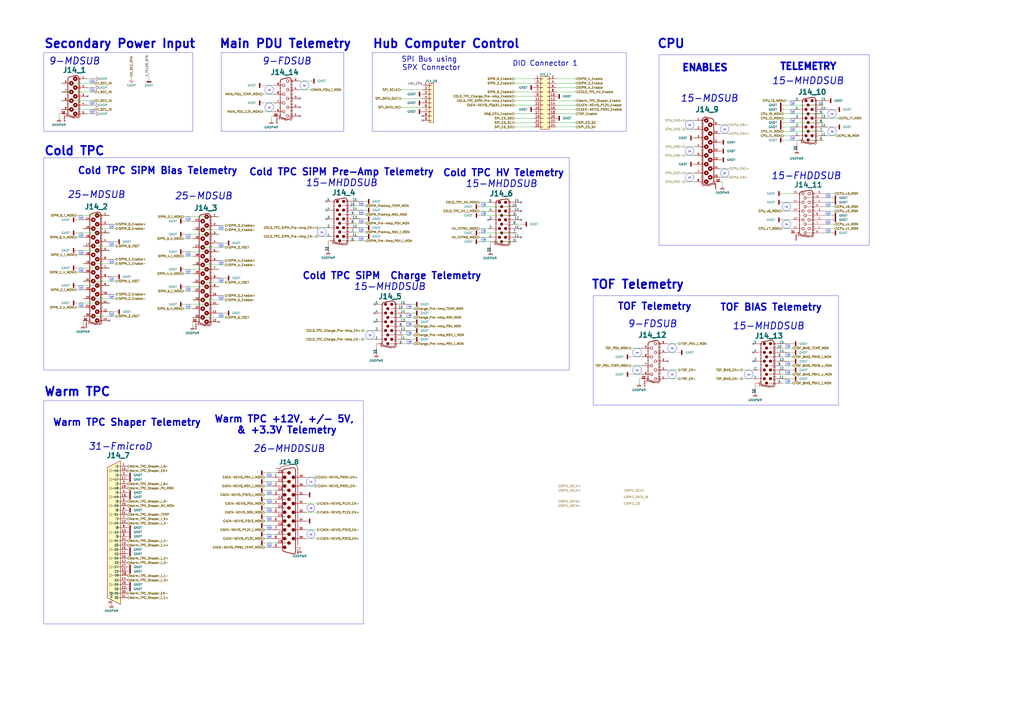
<source format=kicad_sch>
(kicad_sch (version 20250114) (generator "eeschema") (generator_version "9.0")
  (paper "A2")
  (lib_symbols
    (symbol "Amphenol:10090926-P264VLF" (pin_names (offset 1.27) (hide yes))
      (property "Reference" "J" (at -22.86 0 90))
      (symbol "10090926-P264VLF_0_0"
        (pin passive line (at -16.51 7.62 270) (length 5) (name "10") (number "10"))
        (pin passive line (at -13.97 10.16 270) (length 5) (name "1") (number "1"))
        (pin passive line (at -13.97 -10.16 90) (length 6.35) (name "19") (number "19"))
        (pin passive line (at -11.43 7.62 270) (length 5) (name "11") (number "11"))
        (pin passive line (at -8.89 10.16 270) (length 5) (name "2") (number "2"))
        (pin passive line (at -8.89 -10.16 90) (length 6.35) (name "20") (number "20"))
        (pin passive line (at -6.35 7.62 270) (length 5) (name "12") (number "12"))
        (pin passive line (at -3.81 10.16 270) (length 5) (name "3") (number "3"))
        (pin passive line (at -3.81 -10.16 90) (length 6.35) (name "21") (number "21"))
        (pin passive line (at -1.27 7.62 270) (length 5) (name "13") (number "13"))
        (pin passive line (at 1.27 10.16 270) (length 5) (name "4") (number "4"))
        (pin passive line (at 1.27 -10.16 90) (length 6.35) (name "22") (number "22"))
        (pin passive line (at 3.81 7.62 270) (length 5) (name "14") (number "14"))
        (pin passive line (at 6.35 -10.16 90) (length 6.35) (name "23") (number "23"))
        (pin passive line (at 8.89 7.62 270) (length 5) (name "15") (number "15"))
        (pin passive line (at 11.43 10.16 270) (length 5) (name "6") (number "6"))
        (pin passive line (at 11.43 -10.16 90) (length 6.35) (name "24") (number "24"))
        (pin passive line (at 13.97 7.62 270) (length 5) (name "16") (number "16"))
        (pin passive line (at 16.51 10.16 270) (length 5) (name "7") (number "7"))
        (pin passive line (at 16.51 -10.16 90) (length 6.35) (name "25") (number "25"))
        (pin passive line (at 19.05 7.62 270) (length 5) (name "17") (number "17"))
        (pin passive line (at 21.59 10.16 270) (length 5) (name "8") (number "8"))
        (pin passive line (at 21.59 -10.16 90) (length 6.35) (name "26") (number "26"))
        (pin passive line (at 24.13 7.62 270) (length 5) (name "18") (number "18"))
        (pin passive line (at 26.67 10.16 270) (length 5) (name "9") (number "9"))
      )
      (symbol "10090926-P264VLF_1_0"
        (pin passive line (at 6.35 10.16 270) (length 5) (name "5") (number "5"))
        (pin input line (at 27.94 -6.35 180) (length 1.27) (name "SHEILD") (number ""))
      )
      (symbol "10090926-P264VLF_1_1"
        (text "SHEILD" (at 29.21 -5.08 0) (effects (font (size 0.5 0.5))))
      )
    )
    (symbol "Cinch_Connectivity:M83513_13-E01NP_FEMALE" (pin_names (offset 1.016))
      (property "Reference" "J" (at 0 2.54 0))
      (property "Value" "31-FMICRODSUB" (at 0 0 0))
      (symbol "M83513_13-E01NP_FEMALE_1_1"
        (pin passive line (at -5.08 41.91 270) (length 2.54) (name "PAD") (number "0"))
        (pin passive line (at 3.81 38.1 180) (length 3.81) (name "31") (number "31"))
        (pin passive line (at 3.81 35.56 180) (length 3.81) (name "30") (number "30"))
        (pin passive line (at 3.81 33.02 180) (length 3.81) (name "15") (number "15"))
        (pin passive line (at 3.81 30.48 180) (length 3.81) (name "29") (number "29"))
        (pin passive line (at 3.81 27.94 180) (length 3.81) (name "14") (number "14"))
        (pin passive line (at 3.81 22.86 180) (length 3.81) (name "13") (number "13"))
        (pin passive line (at 3.81 20.32 180) (length 3.81) (name "27") (number "27"))
        (pin passive line (at 3.81 17.78 180) (length 3.81) (name "12") (number "12"))
        (pin passive line (at 3.81 15.24 180) (length 3.81) (name "26") (number "26"))
        (pin passive line (at 3.81 12.7 180) (length 3.81) (name "11") (number "11"))
        (pin passive line (at 3.81 10.16 180) (length 3.81) (name "25") (number "25"))
        (pin passive line (at 3.81 7.62 180) (length 3.81) (name "10") (number "10"))
        (pin passive line (at 3.81 5.08 180) (length 3.81) (name "24") (number "24"))
        (pin passive line (at 3.81 2.54 180) (length 3.81) (name "9") (number "9"))
        (pin passive line (at 3.81 0.254 180) (length 3.81) (name "23") (number "23"))
        (pin passive line (at 3.81 -2.54 180) (length 3.81) (name "8") (number "8"))
        (pin passive line (at 3.81 -5.08 180) (length 3.81) (name "22") (number "22"))
        (pin passive line (at 3.81 -7.62 180) (length 3.81) (name "7") (number "7"))
        (pin passive line (at 3.81 -10.16 180) (length 3.81) (name "21") (number "21"))
        (pin passive line (at 3.81 -12.7 180) (length 3.81) (name "6") (number "6"))
        (pin passive line (at 3.81 -15.24 180) (length 3.81) (name "20") (number "20"))
        (pin passive line (at 3.81 -17.78 180) (length 3.81) (name "5") (number "5"))
        (pin passive line (at 3.81 -20.32 180) (length 3.81) (name "19") (number "19"))
        (pin passive line (at 3.81 -22.86 180) (length 3.81) (name "4") (number "4"))
        (pin passive line (at 3.81 -25.4 180) (length 3.81) (name "18") (number "18"))
        (pin passive line (at 3.81 -27.94 180) (length 3.81) (name "3") (number "3"))
        (pin passive line (at 3.81 -30.48 180) (length 3.81) (name "17") (number "17"))
        (pin passive line (at 3.81 -33.02 180) (length 3.81) (name "2") (number "2"))
        (pin passive line (at 3.81 -35.56 180) (length 3.81) (name "16") (number "16"))
        (pin passive line (at 3.81 -38.1 180) (length 3.81) (name "1") (number "1"))
        (pin passive line (at 4.064 25.146 180) (length 3.81) (name "28") (number "28"))
      )
    )
    (symbol "Connector_Generic:Conn_01x09" (pin_names (offset 1.016) (hide yes))
      (property "Reference" "J" (at 0 12.7 0))
      (property "Value" "Conn_01x09" (at 0 -12.7 0))
      (symbol "Conn_01x09_1_1"
        (pin passive line (at -5.08 10.16 0) (length 3.81) (name "Pin_1") (number "1"))
        (pin passive line (at -5.08 7.62 0) (length 3.81) (name "Pin_2") (number "2"))
        (pin passive line (at -5.08 5.08 0) (length 3.81) (name "Pin_3") (number "3"))
        (pin passive line (at -5.08 2.54 0) (length 3.81) (name "Pin_4") (number "4"))
        (pin passive line (at -5.08 0 0) (length 3.81) (name "Pin_5") (number "5"))
        (pin passive line (at -5.08 -2.54 0) (length 3.81) (name "Pin_6") (number "6"))
        (pin passive line (at -5.08 -5.08 0) (length 3.81) (name "Pin_7") (number "7"))
        (pin passive line (at -5.08 -7.62 0) (length 3.81) (name "Pin_8") (number "8"))
        (pin passive line (at -5.08 -10.16 0) (length 3.81) (name "Pin_9") (number "9"))
      )
    )
    (symbol "MSAG_Misc:Conn_02x12_Odd_Even" (pin_names (offset 1.016) (hide yes))
      (property "Reference" "J405" (at 1.27 19.3845 0))
      (property "Value" "A79653-001" (at 1.27 16.9602 0))
      (symbol "Conn_02x12_Odd_Even_1_1"
        (pin passive line (at -5.08 13.97 0) (length 3.81) (name "Pin_1") (number "1"))
        (pin passive line (at -5.08 11.43 0) (length 3.81) (name "Pin_3") (number "3"))
        (pin passive line (at -5.08 8.89 0) (length 3.81) (name "Pin_5") (number "5"))
        (pin passive line (at -5.08 6.35 0) (length 3.81) (name "Pin_7") (number "7"))
        (pin passive line (at -5.08 3.81 0) (length 3.81) (name "Pin_9") (number "9"))
        (pin passive line (at -5.08 1.27 0) (length 3.81) (name "Pin_11") (number "11"))
        (pin passive line (at -5.08 -1.27 0) (length 3.81) (name "Pin_13") (number "13"))
        (pin passive line (at -5.08 -3.81 0) (length 3.81) (name "Pin_15") (number "15"))
        (pin passive line (at -5.08 -6.35 0) (length 3.81) (name "Pin_17") (number "17"))
        (pin passive line (at -5.08 -8.89 0) (length 3.81) (name "Pin_19") (number "19"))
        (pin passive line (at -5.08 -11.43 0) (length 3.81) (name "Pin_21") (number "21"))
        (pin passive line (at -5.08 -13.97 0) (length 3.81) (name "Pin_23") (number "23"))
        (pin passive line (at 7.62 13.97 180) (length 3.81) (name "Pin_2") (number "2"))
        (pin passive line (at 7.62 11.43 180) (length 3.81) (name "Pin_4") (number "4"))
        (pin passive line (at 7.62 8.89 180) (length 3.81) (name "Pin_6") (number "6"))
        (pin passive line (at 7.62 6.35 180) (length 3.81) (name "Pin_8") (number "8"))
        (pin passive line (at 7.62 3.81 180) (length 3.81) (name "Pin_10") (number "10"))
        (pin passive line (at 7.62 1.27 180) (length 3.81) (name "Pin_12") (number "12"))
        (pin passive line (at 7.62 -1.27 180) (length 3.81) (name "Pin_14") (number "14"))
        (pin passive line (at 7.62 -3.81 180) (length 3.81) (name "Pin_16") (number "16"))
        (pin passive line (at 7.62 -6.35 180) (length 3.81) (name "Pin_18") (number "18"))
        (pin passive line (at 7.62 -8.89 180) (length 3.81) (name "Pin_20") (number "20"))
        (pin passive line (at 7.62 -11.43 180) (length 3.81) (name "Pin_22") (number "22"))
        (pin passive line (at 7.62 -13.97 180) (length 3.81) (name "Pin_24") (number "24"))
      )
    )
    (symbol "Molex:1731130182" (pin_numbers (hide yes)) (pin_names (offset 0))
      (property "Reference" "J" (at 0 0 0))
      (property "Value" "1731130182" (at 0 0 0))
      (symbol "1731130182_1_1"
        (pin input line (at 2.032 14.986 270) (length 5.08) (name "15") (number "15"))
        (pin input line (at 2.032 -4.064 90) (length 2.54) (name "5") (number "5"))
        (pin input line (at 4.572 12.446 270) (length 2.54) (name "10") (number "10"))
        (pin input line (at 7.112 14.986 270) (length 5.08) (name "14") (number "14"))
        (pin input line (at 7.112 -4.064 90) (length 2.54) (name "4") (number "4"))
        (pin input line (at 9.652 12.446 270) (length 2.54) (name "9") (number "9"))
        (pin input line (at 12.192 14.986 270) (length 5.08) (name "13") (number "13"))
        (pin input line (at 12.192 -4.064 90) (length 2.54) (name "3") (number "3"))
        (pin input line (at 14.732 12.446 270) (length 2.54) (name "8") (number "8"))
        (pin input line (at 17.272 14.986 270) (length 5.08) (name "12") (number "12"))
        (pin input line (at 17.272 -4.064 90) (length 2.54) (name "2") (number "2"))
        (pin input line (at 19.812 12.446 270) (length 2.54) (name "7") (number "7"))
        (pin input line (at 22.352 14.986 270) (length 5.08) (name "11") (number "11"))
        (pin input line (at 22.352 -4.064 90) (length 2.54) (name "1") (number "1"))
        (pin input line (at 24.892 12.446 270) (length 2.54) (name "6") (number "6"))
        (pin input line (at 30.734 -2.794 180) (length 2.54) (name "S1") (number "S1"))
        (pin input line (at 30.734 -2.794 180) (length 2.54) (name "S2") (number "S2"))
      )
    )
    (symbol "Wurth Elektronik:6180XX231121_618009231121" (pin_names (offset 1.016))
      (property "Reference" "J" (at 13.78 1.66 0))
      (symbol "6180XX231121_618009231121_0_0"
        (text "shield" (at 10.9 -5.32 0) (effects (font (size 0.8128 0.8128)) (justify left bottom)))
        (pin bidirectional line (at -10.16 7.62 270) (length 5.08) (name "~") (number "5"))
        (pin bidirectional line (at -7.62 -7.62 90) (length 5.08) (name "~") (number "9"))
        (pin bidirectional line (at -5.08 7.62 270) (length 5.08) (name "~") (number "4"))
        (pin bidirectional line (at -2.54 -7.62 90) (length 5.08) (name "~") (number "8"))
        (pin bidirectional line (at 0 7.62 270) (length 5.08) (name "~") (number "3"))
        (pin bidirectional line (at 2.54 -7.62 90) (length 5.08) (name "~") (number "7"))
        (pin bidirectional line (at 5.08 7.62 270) (length 5.08) (name "~") (number "2"))
        (pin bidirectional line (at 7.62 -7.62 90) (length 5.08) (name "~") (number "6"))
        (pin bidirectional line (at 10.16 7.62 270) (length 5.08) (name "~") (number "1"))
        (pin bidirectional line (at 10.16 -7.62 90) (length 2.54) (name "~") (number "S1"))
        (pin bidirectional line (at 10.16 -7.62 90) (length 2.54) (name "~") (number "S2"))
      )
    )
    (symbol "Wurth Elektronik:6180XX231221_618009231221" (pin_names (offset 1.016))
      (property "Reference" "J" (at 13.78 1.66 0))
      (symbol "6180XX231221_618009231221_0_0"
        (text "shield" (at 10.9 -5.32 0) (effects (font (size 0.8128 0.8128)) (justify left bottom)))
        (pin bidirectional line (at -10.16 7.62 270) (length 5.08) (name "~") (number "1"))
        (pin bidirectional line (at -7.62 -7.62 90) (length 5.08) (name "~") (number "6"))
        (pin bidirectional line (at -5.08 7.62 270) (length 5.08) (name "~") (number "2"))
        (pin bidirectional line (at -2.54 -7.62 90) (length 5.08) (name "~") (number "7"))
        (pin bidirectional line (at 0 7.62 270) (length 5.08) (name "~") (number "3"))
        (pin bidirectional line (at 2.54 -7.62 90) (length 5.08) (name "~") (number "8"))
        (pin bidirectional line (at 5.08 7.62 270) (length 5.08) (name "~") (number "4"))
        (pin bidirectional line (at 7.62 -7.62 90) (length 5.08) (name "~") (number "9"))
        (pin bidirectional line (at 10.16 7.62 270) (length 5.08) (name "~") (number "5"))
        (pin bidirectional line (at 10.16 -7.62 90) (length 2.54) (name "~") (number "S1"))
        (pin bidirectional line (at 10.16 -7.62 90) (length 2.54) (name "~") (number "S2"))
      )
    )
    (symbol "Wurth_Elektronik:6180XX231221_618015231221" (pin_names (offset 1.016))
      (property "Reference" "J" (at 21.4 1.66 0))
      (symbol "6180XX231221_618015231221_0_0"
        (text "shield" (at 18.52 -5.32 0) (effects (font (size 0.8128 0.8128)) (justify left bottom)))
        (pin bidirectional line (at -17.78 7.62 270) (length 5.08) (name "~") (number "1"))
        (pin bidirectional line (at -15.24 -7.62 90) (length 5.08) (name "~") (number "9"))
        (pin bidirectional line (at -12.7 7.62 270) (length 5.08) (name "~") (number "2"))
        (pin bidirectional line (at -10.16 -7.62 90) (length 5.08) (name "~") (number "10"))
        (pin bidirectional line (at -7.62 7.62 270) (length 5.08) (name "~") (number "3"))
        (pin bidirectional line (at -5.08 -7.62 90) (length 5.08) (name "~") (number "11"))
        (pin bidirectional line (at -2.54 7.62 270) (length 5.08) (name "~") (number "4"))
        (pin bidirectional line (at 0 -7.62 90) (length 5.08) (name "~") (number "12"))
        (pin bidirectional line (at 2.54 7.62 270) (length 5.08) (name "~") (number "5"))
        (pin bidirectional line (at 5.08 -7.62 90) (length 5.08) (name "~") (number "13"))
        (pin bidirectional line (at 7.62 7.62 270) (length 5.08) (name "~") (number "6"))
        (pin bidirectional line (at 10.16 -7.62 90) (length 5.08) (name "~") (number "14"))
        (pin bidirectional line (at 12.7 7.62 270) (length 5.08) (name "~") (number "7"))
        (pin bidirectional line (at 15.24 -7.62 90) (length 5.08) (name "~") (number "15"))
        (pin bidirectional line (at 17.78 7.62 270) (length 5.08) (name "~") (number "8"))
        (pin bidirectional line (at 17.78 -7.62 90) (length 2.54) (name "~") (number "S1"))
        (pin bidirectional line (at 17.78 -7.62 90) (length 2.54) (name "~") (number "S2"))
      )
    )
    (symbol "Wurth_Elektronik:6180XX231221_618025231221" (pin_names (offset 1.016))
      (property "Reference" "J" (at 34.1 1.66 0))
      (symbol "6180XX231221_618025231221_0_0"
        (text "shield" (at 31.22 -5.32 0) (effects (font (size 0.8128 0.8128)) (justify left bottom)))
        (pin bidirectional line (at -30.48 7.62 270) (length 5.08) (name "~") (number "1"))
        (pin bidirectional line (at -27.94 -7.62 90) (length 5.08) (name "~") (number "14"))
        (pin bidirectional line (at -25.4 7.62 270) (length 5.08) (name "~") (number "2"))
        (pin bidirectional line (at -22.86 -7.62 90) (length 5.08) (name "~") (number "15"))
        (pin bidirectional line (at -20.32 7.62 270) (length 5.08) (name "~") (number "3"))
        (pin bidirectional line (at -17.78 -7.62 90) (length 5.08) (name "~") (number "16"))
        (pin bidirectional line (at -15.24 7.62 270) (length 5.08) (name "~") (number "4"))
        (pin bidirectional line (at -12.7 -7.62 90) (length 5.08) (name "~") (number "17"))
        (pin bidirectional line (at -10.16 7.62 270) (length 5.08) (name "~") (number "5"))
        (pin bidirectional line (at -7.62 -7.62 90) (length 5.08) (name "~") (number "18"))
        (pin bidirectional line (at -5.08 7.62 270) (length 5.08) (name "~") (number "6"))
        (pin bidirectional line (at -2.54 -7.62 90) (length 5.08) (name "~") (number "19"))
        (pin bidirectional line (at 0 7.62 270) (length 5.08) (name "~") (number "7"))
        (pin bidirectional line (at 2.54 -7.62 90) (length 5.08) (name "~") (number "20"))
        (pin bidirectional line (at 5.08 7.62 270) (length 5.08) (name "~") (number "8"))
        (pin bidirectional line (at 7.62 -7.62 90) (length 5.08) (name "~") (number "21"))
        (pin bidirectional line (at 10.16 7.62 270) (length 5.08) (name "~") (number "9"))
        (pin bidirectional line (at 12.7 -7.62 90) (length 5.08) (name "~") (number "22"))
        (pin bidirectional line (at 15.24 7.62 270) (length 5.08) (name "~") (number "10"))
        (pin bidirectional line (at 17.78 -7.62 90) (length 5.08) (name "~") (number "23"))
        (pin bidirectional line (at 20.32 7.62 270) (length 5.08) (name "~") (number "11"))
        (pin bidirectional line (at 22.86 -7.62 90) (length 5.08) (name "~") (number "24"))
        (pin bidirectional line (at 25.4 7.62 270) (length 5.08) (name "~") (number "12"))
        (pin bidirectional line (at 27.94 -7.62 90) (length 5.08) (name "~") (number "25"))
        (pin bidirectional line (at 30.48 7.62 270) (length 5.08) (name "~") (number "13"))
        (pin bidirectional line (at 30.48 -7.62 90) (length 2.54) (name "~") (number "S1"))
        (pin bidirectional line (at 30.48 -7.62 90) (length 2.54) (name "~") (number "S2"))
      )
    )
    (symbol "Wurth_Elektronik:6180XX330923_618015330923" (pin_names (offset 1.016))
      (property "Reference" "J" (at 16.32 4.2 0))
      (symbol "6180XX330923_618015330923_0_0"
        (text "shield" (at 13.44 -4.05 0) (effects (font (size 0.8128 0.8128)) (justify left bottom)))
        (pin bidirectional line (at -10.16 -7.62 90) (length 5.08) (name "~") (number "15"))
        (pin bidirectional line (at -5.08 -7.62 90) (length 5.08) (name "~") (number "14"))
        (pin bidirectional line (at 0 -7.62 90) (length 5.08) (name "~") (number "13"))
        (pin bidirectional line (at 5.08 -7.62 90) (length 5.08) (name "~") (number "12"))
        (pin bidirectional line (at 10.16 -7.62 90) (length 5.08) (name "~") (number "11"))
        (pin bidirectional line (at 12.7 -7.62 90) (length 2.54) (name "~") (number "S1"))
        (pin bidirectional line (at 12.7 -7.62 90) (length 2.54) (name "~") (number "S2"))
      )
      (symbol "6180XX330923_618015330923_1_0"
        (pin bidirectional line (at -10.16 12.7 270) (length 7.62) (name "~") (number "5"))
        (pin bidirectional line (at -7.62 12.7 270) (length 10.16) (name "~") (number "10"))
        (pin bidirectional line (at -5.08 12.7 270) (length 7.62) (name "~") (number "4"))
        (pin bidirectional line (at -2.54 12.7 270) (length 10.16) (name "~") (number "9"))
        (pin bidirectional line (at 0 12.7 270) (length 7.62) (name "~") (number "3"))
        (pin bidirectional line (at 2.54 12.7 270) (length 10.16) (name "~") (number "8"))
        (pin bidirectional line (at 5.08 12.7 270) (length 7.62) (name "~") (number "2"))
        (pin bidirectional line (at 7.62 12.7 270) (length 10.16) (name "~") (number "7"))
        (pin bidirectional line (at 10.16 12.7 270) (length 7.62) (name "~") (number "1"))
        (pin bidirectional line (at 12.7 12.7 270) (length 10.16) (name "~") (number "6"))
      )
    )
    (symbol "power:GNDA" (power) (pin_numbers (hide yes)) (pin_names (offset 0) (hide yes))
      (property "Value" "GNDA" (at 0 -3.81 0))
      (symbol "GNDA_1_1"
        (pin power_in line (at 0 0 270) (length 0) (name "~") (number "1"))
      )
    )
    (symbol "power:GNDD" (power) (pin_numbers (hide yes)) (pin_names (offset 0) (hide yes))
      (property "Value" "GNDD" (at 0 -3.175 0))
      (symbol "GNDD_1_1"
        (pin power_in line (at 0 0 270) (length 0) (name "~") (number "1"))
      )
    )
    (symbol "power:GNDPWR" (power) (pin_numbers (hide yes)) (pin_names (offset 0) (hide yes))
      (property "Value" "GNDPWR" (at 0 -3.302 0))
      (symbol "GNDPWR_1_1"
        (pin power_in line (at 0 0 270) (length 0) (name "~") (number "1"))
      )
    )
  )
  (circle (center 109.22 157.48) (radius 1.27))
  (circle (center 156.21 280.67) (radius 1.27))
  (circle (center 64.77 141.478) (radius 1.27))
  (circle (center 180.34 294.64) (radius 2.2895))
  (circle (center 389.89 217.17) (radius 2.54))
  (circle (center 480.314 133.858) (radius 1.27))
  (circle (center 46.99 166.878) (radius 1.27))
  (circle (center 156.21 285.75) (radius 1.27))
  (circle (center 480.314 123.698) (radius 1.27))
  (circle (center 46.99 146.558) (radius 1.27))
  (circle (center 280.416 123.825) (radius 1.27))
  (circle (center 156.21 295.91) (radius 1.27))
  (circle (center 180.34 309.88) (radius 2.2895))
  (rectangle (start 344.17 171.45) (end 486.41 234.95))
  (circle (center 237.236 198.247) (radius 1.27))
  (circle (center 459.74 59.69) (radius 1.27))
  (circle (center 109.22 177.8) (radius 1.27))
  (circle (center 53.34 46.99) (radius 1.27))
  (circle (center 480.314 113.538) (radius 1.27))
  (circle (center 53.34 64.77) (radius 1.27))
  (circle (center 64.77 131.318) (radius 1.27))
  (circle (center 280.416 118.745) (radius 1.27))
  (circle (center 280.416 133.985) (radius 1.27))
  (circle (center 280.416 139.065) (radius 1.27))
  (circle (center 456.946 216.027) (radius 1.27))
  (circle (center 156.21 306.07) (radius 1.27))
  (circle (center 128.27 152.4) (radius 1.27))
  (circle (center 109.22 137.16) (radius 1.27))
  (circle (center 400.05 102.87) (radius 2.4263))
  (circle (center 46.99 156.718) (radius 1.27))
  (rectangle (start 25.4 30.48) (end 111.76 76.2))
  (rectangle (start 382.27 31.75) (end 504.19 142.24))
  (circle (center 369.57 204.47) (radius 2.54))
  (circle (center 434.34 217.17) (radius 2.54))
  (circle (center 128.27 162.56) (radius 1.27))
  (circle (center 156.21 275.59) (radius 1.27))
  (circle (center 480.314 128.778) (radius 1.27))
  (circle (center 456.946 205.867) (radius 1.27))
  (circle (center 209.55 123.19) (radius 1.27))
  (circle (center 46.99 177.038) (radius 1.27))
  (rectangle (start 215.9 30.48) (end 363.22 76.2))
  (rectangle (start 128.27 30.48) (end 199.39 76.2))
  (circle (center 456.184 130.048) (radius 2.4263))
  (circle (center 420.37 74.93) (radius 2.4263))
  (circle (center 53.34 59.69) (radius 1.27))
  (circle (center 400.05 87.63) (radius 2.4263))
  (circle (center 180.34 279.4) (radius 2.54))
  (circle (center 420.37 100.33) (radius 2.4263))
  (circle (center 109.22 127) (radius 1.27))
  (circle (center 456.946 210.947) (radius 1.27))
  (circle (center 209.55 138.43) (radius 1.27))
  (circle (center 64.77 171.958) (radius 1.27))
  (circle (center 156.21 316.23) (radius 1.27))
  (circle (center 156.21 62.23) (radius 2.54))
  (circle (center 53.34 52.07) (radius 1.27))
  (circle (center 128.27 182.88) (radius 1.27))
  (circle (center 459.74 80.01) (radius 1.27))
  (circle (center 109.22 167.64) (radius 1.27))
  (circle (center 156.21 311.15) (radius 1.27))
  (circle (center 128.27 172.72) (radius 1.27))
  (circle (center 209.55 118.11) (radius 1.27))
  (circle (center 237.236 177.927) (radius 1.27))
  (circle (center 389.89 201.93) (radius 2.54))
  (rectangle (start 25.4 232.41) (end 210.82 361.95))
  (circle (center 176.53 49.53) (radius 2.54))
  (circle (center 237.236 188.087) (radius 1.27))
  (circle (center 46.99 126.238) (radius 1.27))
  (circle (center 156.21 290.83) (radius 1.27))
  (circle (center 64.77 161.798) (radius 1.27))
  (circle (center 482.6 66.04) (radius 2.4263))
  (circle (center 480.314 118.618) (radius 1.27))
  (circle (center 459.74 74.93) (radius 1.27))
  (circle (center 459.74 64.77) (radius 1.27))
  (circle (center 456.946 221.107) (radius 1.27))
  (circle (center 128.27 132.08) (radius 1.27))
  (circle (center 46.99 136.398) (radius 1.27))
  (circle (center 64.77 182.118) (radius 1.27))
  (circle (center 186.69 134.62) (radius 2.54))
  (circle (center 209.55 128.27) (radius 1.27))
  (circle (center 237.236 183.007) (radius 1.27))
  (rectangle (start 25.4 91.44) (end 330.2 214.63))
  (circle (center 64.77 151.638) (radius 1.27))
  (circle (center 128.27 142.24) (radius 1.27))
  (circle (center 156.21 52.07) (radius 2.54))
  (circle (center 209.55 133.35) (radius 1.27))
  (circle (center 400.05 72.39) (radius 2.54))
  (circle (center 109.22 147.32) (radius 1.27))
  (circle (center 456.946 200.787) (radius 1.27))
  (circle (center 214.63 194.31) (radius 2.54))
  (circle (center 482.6 76.2) (radius 2.4263))
  (circle (center 156.21 300.99) (radius 1.27))
  (circle (center 369.57 214.63) (radius 2.54))
  (circle (center 237.236 193.167) (radius 1.27))
  (circle (center 456.184 119.888) (radius 2.4263))
  (circle (center 459.74 69.85) (radius 1.27))
  (text "TP" (at 64.77 161.798 0) (effects (font (size 1 1)) (justify top)))
  (text "9-FDSUB" (at 378.46 187.96 0) (effects (font (size 4 4) (thickness 0.5) (italic yes))))
  (text "TP" (at 209.55 128.27 0) (effects (font (size 1 1)) (justify top)))
  (text "Main PDU Telemetry" (at 127 25.4 0) (effects (font (size 5 5) (thickness 1.016) (bold yes)) (justify left)))
  (text "TOF BIAS Telemetry" (at 447.294 178.308 0) (effects (font (size 4 4) (thickness 0.8) (bold yes))))
  (text "TP" (at 46.99 166.878 0) (effects (font (size 1 1)) (justify top)))
  (text "TP" (at 64.77 131.318 0) (effects (font (size 1 1)) (justify top)))
  (text "TP" (at 400.05 72.39 0) (effects (font (size 1 1)) (justify top)))
  (text "15-FHDDSUB" (at 467.614 102.108 0) (effects (font (size 4 4) (thickness 0.5) (italic yes))))
  (text "TP" (at 128.27 182.88 0) (effects (font (size 1 1)) (justify top)))
  (text "TP" (at 457.2 205.74 0) (effects (font (size 1 1)) (justify top)))
  (text "SPI Bus using \nSPX Connector" (at 250.19 36.83 0) (effects (font (size 3 3) (thickness 0.375))))
  (text "TP" (at 156.21 290.83 0) (effects (font (size 1 1)) (justify top)))
  (text "TP" (at 280.67 138.938 0) (effects (font (size 1 1)) (justify top)))
  (text "TP" (at 53.34 52.07 0) (effects (font (size 1 1)) (justify top)))
  (text "Cold TPC SiPM Pre-Amp Telemetry" (at 198.12 99.822 0) (effects (font (size 4 4) (thickness 0.8) (bold yes))))
  (text "TP" (at 156.21 280.67 0) (effects (font (size 1 1)) (justify top)))
  (text "TP" (at 156.21 62.23 0) (effects (font (size 1 1)) (justify top)))
  (text "TP" (at 369.57 214.63 0) (effects (font (size 1 1)) (justify top)))
  (text "TP" (at 128.27 172.72 0) (effects (font (size 1 1)) (justify top)))
  (text "TP" (at 459.74 64.77 0) (effects (font (size 1 1)) (justify top)))
  (text "Warm TPC" (at 25.4 227.33 0) (effects (font (size 5 5) (thickness 1.016) (bold yes)) (justify left)))
  (text "TP" (at 109.22 177.8 0) (effects (font (size 1 1)) (justify top)))
  (text "TP" (at 156.21 316.23 0) (effects (font (size 1 1)) (justify top)))
  (text "TP" (at 457.2 220.98 0) (effects (font (size 1 1)) (justify top)))
  (text "Warm TPC Shaper Telemetry" (at 73.66 245.11 0) (effects (font (size 4 4) (thickness 0.8) (bold yes))))
  (text "TELEMETRY" (at 468.884 38.608 0) (effects (font (size 4 4) (thickness 1) (bold yes))))
  (text "9-FDSUB" (at 166.37 35.56 0) (effects (font (size 4 4) (thickness 0.5) (italic yes))))
  (text "TP" (at 156.21 311.15 0) (effects (font (size 1 1)) (justify top)))
  (text "ENABLES" (at 408.94 39.37 0) (effects (font (size 4 4) (thickness 1) (bold yes))))
  (text "TP" (at 482.6 66.04 0) (effects (font (size 1 1)) (justify top)))
  (text "TOF Telemetry" (at 379.73 177.8 0) (effects (font (size 4 4) (thickness 0.8) (bold yes))))
  (text "TP" (at 389.89 201.93 0) (effects (font (size 1 1)) (justify top)))
  (text "TP" (at 53.34 59.69 0) (effects (font (size 1 1)) (justify top)))
  (text "TP" (at 53.34 46.99 0) (effects (font (size 1 1)) (justify top)))
  (text "TP" (at 214.63 194.31 0) (effects (font (size 1 1)) (justify top)))
  (text "TP" (at 128.27 132.08 0) (effects (font (size 1 1)) (justify top)))
  (text "TP" (at 156.21 306.07 0) (effects (font (size 1 1)) (justify top)))
  (text "TP" (at 480.314 113.538 0) (effects (font (size 1 1)) (justify top)))
  (text "TP" (at 457.2 200.66 0) (effects (font (size 1 1)) (justify top)))
  (text "15-MHDDSUB" (at 198.12 106.172 0) (effects (font (size 4 4) (thickness 0.5) (italic yes))))
  (text "TP" (at 459.74 69.85 0) (effects (font (size 1 1)) (justify top)))
  (text "15-MDSUB" (at 411.48 57.15 0) (effects (font (size 4 4) (thickness 0.5) (italic yes))))
  (text "TP" (at 459.74 74.93 0) (effects (font (size 1 1)) (justify top)))
  (text "Secondary Power Input" (at 25.4 25.4 0) (effects (font (size 5 5) (thickness 1.016) (bold yes)) (justify left)))
  (text "26-MHDDSUB" (at 167.64 260.35 0) (effects (font (size 4 4) (thickness 0.5) (italic yes))))
  (text "TP" (at 64.77 141.478 0) (effects (font (size 1 1)) (justify top)))
  (text "TP" (at 128.27 142.24 0) (effects (font (size 1 1)) (justify top)))
  (text "TP" (at 156.21 275.59 0) (effects (font (size 1 1)) (justify top)))
  (text "TP" (at 480.314 118.618 0) (effects (font (size 1 1)) (justify top)))
  (text "TOF Telemetry" (at 342.9 165.1 0) (effects (font (size 5 5) (thickness 1.016) (bold yes)) (justify left)))
  (text "TP" (at 457.2 210.82 0) (effects (font (size 1 1)) (justify top)))
  (text "TP" (at 209.55 133.35 0) (effects (font (size 1 1)) (justify top)))
  (text "TP" (at 109.22 127 0) (effects (font (size 1 1)) (justify top)))
  (text "TP" (at 434.34 217.17 0) (effects (font (size 1 1)) (justify top)))
  (text "TP" (at 46.99 126.238 0) (effects (font (size 1 1)) (justify top)))
  (text "TP" (at 237.49 193.04 0) (effects (font (size 1 1)) (justify top)))
  (text "TP" (at 480.314 133.858 0) (effects (font (size 1 1)) (justify top)))
  (text "15-MHDDSUB" (at 290.83 106.68 0) (effects (font (size 4 4) (thickness 0.5) (italic yes))))
  (text "DIO Connector 1" (at 316.23 36.83 0) (effects (font (size 3 3) (thickness 0.375))))
  (text "TP" (at 389.89 217.17 0) (effects (font (size 1 1)) (justify top)))
  (text "TP" (at 109.22 167.64 0) (effects (font (size 1 1)) (justify top)))
  (text "TP" (at 156.21 295.91 0) (effects (font (size 1 1)) (justify top)))
  (text "TP" (at 459.74 80.01 0) (effects (font (size 1 1)) (justify top)))
  (text "TP" (at 369.57 204.47 0) (effects (font (size 1 1)) (justify top)))
  (text "9-MDSUB" (at 43.18 35.56 0) (effects (font (size 4 4) (thickness 0.5) (italic yes))))
  (text "31-FmicroD" (at 69.85 259.08 0) (effects (font (size 4 4) (thickness 0.5) (italic yes))))
  (text "TP" (at 109.22 137.16 0) (effects (font (size 1 1)) (justify top)))
  (text "TP" (at 109.22 147.32 0) (effects (font (size 1 1)) (justify top)))
  (text "15-MHDDSUB" (at 468.63 46.99 0) (effects (font (size 4 4) (thickness 0.5) (italic yes))))
  (text "Cold TPC" (at 25.4 87.63 0) (effects (font (size 5 5) (thickness 1.016) (bold yes)) (justify left)))
  (text "25-MDSUB" (at 118.11 113.792 0) (effects (font (size 4 4) (thickness 0.5) (italic yes))))
  (text "TP" (at 109.22 157.48 0) (effects (font (size 1 1)) (justify top)))
  (text "CPU" (at 381 25.4 0) (effects (font (size 5 5) (thickness 1.016) (bold yes)) (justify left)))
  (text "TP" (at 53.34 64.77 0) (effects (font (size 1 1)) (justify top)))
  (text "15-MHDDSUB" (at 226.06 166.37 0) (effects (font (size 4 4) (thickness 0.5) (italic yes))))
  (text "TP" (at 480.314 123.698 0) (effects (font (size 1 1)) (justify top)))
  (text "TP" (at 64.77 182.118 0) (effects (font (size 1 1)) (justify top)))
  (text "TP" (at 456.184 119.888 0) (effects (font (size 1 1)) (justify top)))
  (text "TP" (at 459.74 59.69 0) (effects (font (size 1 1)) (justify top)))
  (text "TP" (at 480.314 128.778 0) (effects (font (size 1 1)) (justify top)))
  (text "TP" (at 180.34 294.64 0) (effects (font (size 1 1)) (justify top)))
  (text "TP" (at 186.69 134.62 0) (effects (font (size 1 1)) (justify top)))
  (text "TP" (at 128.27 152.4 0) (effects (font (size 1 1)) (justify top)))
  (text "TP" (at 156.21 285.75 0) (effects (font (size 1 1)) (justify top)))
  (text "TP" (at 237.49 187.96 0) (effects (font (size 1 1)) (justify top)))
  (text "TP" (at 456.184 130.048 0) (effects (font (size 1 1)) (justify top)))
  (text "TP" (at 280.67 123.698 0) (effects (font (size 1 1)) (justify top)))
  (text "Cold TPC SiPM Bias Telemetry" (at 91.44 99.06 0) (effects (font (size 4 4) (thickness 0.8) (bold yes))))
  (text "15-MHDDSUB" (at 445.77 189.23 0) (effects (font (size 4 4) (thickness 0.5) (italic yes))))
  (text "TP" (at 457.2 215.9 0) (effects (font (size 1 1)) (justify top)))
  (text "25-MDSUB" (at 55.88 113.03 0) (effects (font (size 4 4) (thickness 0.5) (italic yes))))
  (text "TP" (at 420.37 100.33 0) (effects (font (size 1 1)) (justify top)))
  (text "TP" (at 400.05 102.87 0) (effects (font (size 1 1)) (justify top)))
  (text "TP" (at 209.55 138.43 0) (effects (font (size 1 1)) (justify top)))
  (text "TP" (at 482.6 76.2 0) (effects (font (size 1 1)) (justify top)))
  (text "TP" (at 400.05 87.63 0) (effects (font (size 1 1)) (justify top)))
  (text "TP" (at 209.55 118.11 0) (effects (font (size 1 1)) (justify top)))
  (text "TP" (at 420.37 74.93 0) (effects (font (size 1 1)) (justify top)))
  (text "TP" (at 180.34 279.4 0) (effects (font (size 1 1)) (justify top)))
  (text "Hub Computer Control" (at 215.9 25.4 0) (effects (font (size 5 5) (thickness 1.016) (bold yes)) (justify left)))
  (text "Cold TPC HV Telemetry" (at 292.1 100.33 0) (effects (font (size 4 4) (thickness 0.8) (bold yes))))
  (text "TP" (at 46.99 136.398 0) (effects (font (size 1 1)) (justify top)))
  (text "TP" (at 46.99 146.558 0) (effects (font (size 1 1)) (justify top)))
  (text "TP" (at 209.55 123.19 0) (effects (font (size 1 1)) (justify top)))
  (text "Warm TPC +12V, +/- 5V, \n& +3.3V Telemetry" (at 166.37 246.38 0) (effects (font (size 4 4) (thickness 0.8) (bold yes))))
  (text "TP" (at 237.49 177.8 0) (effects (font (size 1 1)) (justify top)))
  (text "TP" (at 176.53 49.53 0) (effects (font (size 1 1)) (justify top)))
  (text "Cold TPC SiPM  Charge Telemetry" (at 227.33 160.02 0) (effects (font (size 4 4) (thickness 0.8) (bold yes))))
  (text "TP" (at 156.21 300.99 0) (effects (font (size 1 1)) (justify top)))
  (text "TP" (at 64.77 171.958 0) (effects (font (size 1 1)) (justify top)))
  (text "TP" (at 280.67 133.858 0) (effects (font (size 1 1)) (justify top)))
  (text "TP" (at 237.49 198.12 0) (effects (font (size 1 1)) (justify top)))
  (text "TP" (at 46.99 156.718 0) (effects (font (size 1 1)) (justify top)))
  (text "TP" (at 128.27 162.56 0) (effects (font (size 1 1)) (justify top)))
  (text "TP" (at 46.99 177.038 0) (effects (font (size 1 1)) (justify top)))
  (text "TP" (at 237.49 182.88 0) (effects (font (size 1 1)) (justify top)))
  (text "TP" (at 156.21 52.07 0) (effects (font (size 1 1)) (justify top)))
  (text "TP" (at 64.77 151.638 0) (effects (font (size 1 1)) (justify top)))
  (text "TP" (at 180.34 309.88 0) (effects (font (size 1 1)) (justify top)))
  (text "TP" (at 280.67 118.618 0) (effects (font (size 1 1)) (justify top)))
  (no_connect (at 173.99 67.31))
  (no_connect (at 217.17 176.53))
  (no_connect (at 217.17 186.69))
  (no_connect (at 302.26 132.588))
  (no_connect (at 50.8 55.88))
  (no_connect (at 302.26 117.348))
  (no_connect (at 302.26 127.508))
  (no_connect (at 436.88 199.39))
  (no_connect (at 387.35 209.55))
  (no_connect (at 189.23 127))
  (no_connect (at 217.17 181.61))
  (no_connect (at 436.88 204.47))
  (no_connect (at 189.23 121.92))
  (no_connect (at 436.88 209.55))
  (no_connect (at 302.26 122.428))
  (no_connect (at 245.11 69.85))
  (no_connect (at 245.11 67.31))
  (no_connect (at 127 186.69))
  (no_connect (at 283.21 127.508))
  (no_connect (at 173.99 57.15))
  (no_connect (at 302.26 137.668))
  (no_connect (at 173.99 62.23))
  (no_connect (at 63.5 185.928))
  (no_connect (at 189.23 116.84))
  (wire (pts (xy 298.45 45.72) (xy 309.88 45.72)))
  (wire (pts (xy 153.67 317.5) (xy 157.48 317.5)))
  (wire (pts (xy 370.84 219.71) (xy 370.84 222.25)))
  (wire (pts (xy 153.67 307.34) (xy 157.48 307.34)))
  (wire (pts (xy 184.15 132.08) (xy 189.23 132.08)))
  (wire (pts (xy 453.39 222.25) (xy 459.74 222.25)))
  (wire (pts (xy 35.56 66.04) (xy 34.29 66.04)))
  (wire (pts (xy 48.26 183.388) (xy 67.31 183.388)))
  (wire (pts (xy 482.854 117.348) (xy 479.044 117.348)))
  (wire (pts (xy 397.51 74.93) (xy 402.59 74.93)))
  (wire (pts (xy 127 161.29) (xy 130.81 161.29)))
  (wire (pts (xy 106.68 138.43) (xy 111.76 138.43)))
  (wire (pts (xy 393.7 204.47) (xy 387.35 204.47)))
  (wire (pts (xy 44.45 155.448) (xy 63.5 155.448)))
  (wire (pts (xy 111.76 189.23) (xy 111.76 186.69)))
  (wire (pts (xy 486.41 68.58) (xy 480.06 68.58)))
  (wire (pts (xy 298.45 55.88) (xy 309.88 55.88)))
  (wire (pts (xy 182.88 276.86) (xy 177.8 276.86)))
  (wire (pts (xy 212.09 127) (xy 208.28 127)))
  (wire (pts (xy 44.45 147.828) (xy 48.26 147.828)))
  (wire (pts (xy 48.26 163.068) (xy 67.31 163.068)))
  (wire (pts (xy 459.74 219.71) (xy 455.93 219.71)))
  (wire (pts (xy 54.61 66.04) (xy 50.8 66.04)))
  (wire (pts (xy 454.66 78.74) (xy 461.01 78.74)))
  (wire (pts (xy 482.854 124.968) (xy 479.044 124.968)))
  (wire (pts (xy 106.68 166.37) (xy 127 166.37)))
  (wire (pts (xy 106.68 158.75) (xy 111.76 158.75)))
  (wire (pts (xy 160.02 284.48) (xy 153.67 284.48)))
  (wire (pts (xy 453.644 122.428) (xy 458.724 122.428)))
  (wire (pts (xy 153.67 276.86) (xy 157.48 276.86)))
  (wire (pts (xy 86.36 44.45) (xy 86.36 45.72)))
  (wire (pts (xy 157.48 67.31) (xy 157.48 69.85)))
  (wire (pts (xy 422.91 97.79) (xy 417.83 97.79)))
  (wire (pts (xy 233.68 179.07) (xy 240.03 179.07)))
  (wire (pts (xy 160.02 304.8) (xy 153.67 304.8)))
  (wire (pts (xy 44.45 175.768) (xy 63.5 175.768)))
  (wire (pts (xy 453.39 201.93) (xy 459.74 201.93)))
  (wire (pts (xy 422.91 77.47) (xy 417.83 77.47)))
  (wire (pts (xy 298.45 73.66) (xy 309.88 73.66)))
  (wire (pts (xy 278.13 122.428) (xy 283.21 122.428)))
  (wire (pts (xy 482.854 114.808) (xy 479.044 114.808)))
  (wire (pts (xy 205.74 139.7) (xy 212.09 139.7)))
  (wire (pts (xy 485.14 73.66) (xy 480.06 73.66)))
  (wire (pts (xy 48.26 152.908) (xy 67.31 152.908)))
  (wire (pts (xy 232.41 57.15) (xy 245.11 57.15)))
  (wire (pts (xy 365.76 217.17) (xy 372.11 217.17)))
  (wire (pts (xy 298.45 48.26) (xy 309.88 48.26)))
  (wire (pts (xy 160.02 279.4) (xy 153.67 279.4)))
  (wire (pts (xy 160.02 294.64) (xy 153.67 294.64)))
  (wire (pts (xy 54.61 48.26) (xy 35.56 48.26)))
  (wire (pts (xy 48.26 132.588) (xy 67.31 132.588)))
  (wire (pts (xy 278.13 137.668) (xy 283.21 137.668)))
  (wire (pts (xy 182.88 281.94) (xy 177.8 281.94)))
  (wire (pts (xy 106.68 176.53) (xy 127 176.53)))
  (wire (pts (xy 184.15 297.18) (xy 177.8 297.18)))
  (wire (pts (xy 153.67 281.94) (xy 157.48 281.94)))
  (wire (pts (xy 334.01 60.96) (xy 322.58 60.96)))
  (wire (pts (xy 111.76 153.67) (xy 130.81 153.67)))
  (wire (pts (xy 278.13 140.208) (xy 299.72 140.208)))
  (wire (pts (xy 127 130.81) (xy 130.81 130.81)))
  (wire (pts (xy 48.26 142.748) (xy 67.31 142.748)))
  (wire (pts (xy 212.09 137.16) (xy 208.28 137.16)))
  (wire (pts (xy 298.45 68.58) (xy 309.88 68.58)))
  (wire (pts (xy 160.02 289.56) (xy 153.67 289.56)))
  (wire (pts (xy 393.7 219.71) (xy 387.35 219.71)))
  (wire (pts (xy 484.124 119.888) (xy 479.044 119.888)))
  (wire (pts (xy 153.67 287.02) (xy 157.48 287.02)))
  (wire (pts (xy 205.74 129.54) (xy 212.09 129.54)))
  (wire (pts (xy 334.01 71.12) (xy 322.58 71.12)))
  (wire (pts (xy 393.7 214.63) (xy 387.35 214.63)))
  (wire (pts (xy 127 140.97) (xy 130.81 140.97)))
  (wire (pts (xy 298.45 58.42) (xy 309.88 58.42)))
  (wire (pts (xy 54.61 63.5) (xy 35.56 63.5)))
  (wire (pts (xy 106.68 156.21) (xy 127 156.21)))
  (wire (pts (xy 484.124 132.588) (xy 479.044 132.588)))
  (wire (pts (xy 106.68 148.59) (xy 111.76 148.59)))
  (wire (pts (xy 54.61 45.72) (xy 50.8 45.72)))
  (wire (pts (xy 482.854 135.128) (xy 479.044 135.128)))
  (wire (pts (xy 127 181.61) (xy 130.81 181.61)))
  (wire (pts (xy 160.02 274.32) (xy 153.67 274.32)))
  (wire (pts (xy 152.4 64.77) (xy 158.75 64.77)))
  (wire (pts (xy 212.09 132.08) (xy 208.28 132.08)))
  (wire (pts (xy 153.67 292.1) (xy 157.48 292.1)))
  (wire (pts (xy 453.39 207.01) (xy 459.74 207.01)))
  (wire (pts (xy 127 151.13) (xy 130.81 151.13)))
  (wire (pts (xy 76.2 44.45) (xy 76.2 45.72)))
  (wire (pts (xy 44.45 127.508) (xy 48.26 127.508)))
  (wire (pts (xy 485.14 63.5) (xy 480.06 63.5)))
  (wire (pts (xy 298.45 53.34) (xy 309.88 53.34)))
  (wire (pts (xy 44.45 137.668) (xy 48.26 137.668)))
  (wire (pts (xy 160.02 314.96) (xy 153.67 314.96)))
  (wire (pts (xy 278.13 132.588) (xy 283.21 132.588)))
  (wire (pts (xy 484.124 130.048) (xy 479.044 130.048)))
  (wire (pts (xy 334.01 45.72) (xy 322.58 45.72)))
  (wire (pts (xy 44.45 145.288) (xy 63.5 145.288)))
  (wire (pts (xy 111.76 184.15) (xy 130.81 184.15)))
  (wire (pts (xy 417.83 105.41) (xy 419.1 105.41)))
  (wire (pts (xy 152.4 54.61) (xy 158.75 54.61)))
  (wire (pts (xy 153.67 297.18) (xy 157.48 297.18)))
  (wire (pts (xy 453.644 112.268) (xy 458.724 112.268)))
  (wire (pts (xy 63.5 140.208) (xy 67.31 140.208)))
  (wire (pts (xy 453.644 127.508) (xy 458.724 127.508)))
  (wire (pts (xy 127 171.45) (xy 130.81 171.45)))
  (wire (pts (xy 454.66 81.28) (xy 477.52 81.28)))
  (wire (pts (xy 67.31 160.528) (xy 63.5 160.528)))
  (wire (pts (xy 44.45 157.988) (xy 48.26 157.988)))
  (wire (pts (xy 299.72 135.128) (xy 278.13 135.128)))
  (wire (pts (xy 54.61 53.34) (xy 35.56 53.34)))
  (wire (pts (xy 233.68 194.31) (xy 240.03 194.31)))
  (wire (pts (xy 160.02 299.72) (xy 153.67 299.72)))
  (wire (pts (xy 111.76 143.51) (xy 130.81 143.51)))
  (wire (pts (xy 205.74 119.38) (xy 212.09 119.38)))
  (wire (pts (xy 453.644 117.348) (xy 458.724 117.348)))
  (wire (pts (xy 453.39 217.17) (xy 459.74 217.17)))
  (wire (pts (xy 106.68 125.73) (xy 127 125.73)))
  (wire (pts (xy 44.45 135.128) (xy 63.5 135.128)))
  (wire (pts (xy 184.15 137.16) (xy 189.23 137.16)))
  (wire (pts (xy 454.66 73.66) (xy 461.01 73.66)))
  (wire (pts (xy 397.51 69.85) (xy 402.59 69.85)))
  (wire (pts (xy 455.93 58.42) (xy 461.01 58.42)))
  (wire (pts (xy 180.34 52.07) (xy 173.99 52.07)))
  (wire (pts (xy 111.76 133.35) (xy 130.81 133.35)))
  (wire (pts (xy 54.61 50.8) (xy 50.8 50.8)))
  (wire (pts (xy 152.4 49.53) (xy 158.75 49.53)))
  (wire (pts (xy 205.74 134.62) (xy 212.09 134.62)))
  (wire (pts (xy 240.03 196.85) (xy 236.22 196.85)))
  (wire (pts (xy 153.67 312.42) (xy 157.48 312.42)))
  (wire (pts (xy 430.53 214.63) (xy 436.88 214.63)))
  (wire (pts (xy 240.03 181.61) (xy 236.22 181.61)))
  (wire (pts (xy 298.45 71.12) (xy 309.88 71.12)))
  (wire (pts (xy 210.82 196.85) (xy 217.17 196.85)))
  (wire (pts (xy 54.61 58.42) (xy 35.56 58.42)))
  (wire (pts (xy 484.124 122.428) (xy 479.044 122.428)))
  (wire (pts (xy 111.76 173.99) (xy 130.81 173.99)))
  (wire (pts (xy 453.39 212.09) (xy 459.74 212.09)))
  (wire (pts (xy 180.34 46.99) (xy 173.99 46.99)))
  (wire (pts (xy 54.61 60.96) (xy 50.8 60.96)))
  (wire (pts (xy 63.5 150.368) (xy 67.31 150.368)))
  (wire (pts (xy 233.68 184.15) (xy 240.03 184.15)))
  (wire (pts (xy 184.15 307.34) (xy 177.8 307.34)))
  (wire (pts (xy 422.91 102.87) (xy 417.83 102.87)))
  (wire (pts (xy 106.68 128.27) (xy 111.76 128.27)))
  (wire (pts (xy 160.02 309.88) (xy 153.67 309.88)))
  (wire (pts (xy 430.53 219.71) (xy 436.88 219.71)))
  (wire (pts (xy 422.91 72.39) (xy 417.83 72.39)))
  (wire (pts (xy 240.03 176.53) (xy 236.22 176.53)))
  (wire (pts (xy 298.45 66.04) (xy 309.88 66.04)))
  (wire (pts (xy 184.15 292.1) (xy 177.8 292.1)))
  (wire (pts (xy 397.51 90.17) (xy 402.59 90.17)))
  (wire (pts (xy 212.09 116.84) (xy 208.28 116.84)))
  (wire (pts (xy 232.41 62.23) (xy 245.11 62.23)))
  (wire (pts (xy 210.82 191.77) (xy 217.17 191.77)))
  (wire (pts (xy 67.31 180.848) (xy 63.5 180.848)))
  (wire (pts (xy 334.01 50.8) (xy 322.58 50.8)))
  (wire (pts (xy 34.29 66.04) (xy 34.29 68.58)))
  (wire (pts (xy 459.74 204.47) (xy 455.93 204.47)))
  (wire (pts (xy 240.03 186.69) (xy 236.22 186.69)))
  (wire (pts (xy 454.66 68.58) (xy 461.01 68.58)))
  (wire (pts (xy 459.74 209.55) (xy 455.93 209.55)))
  (wire (pts (xy 298.45 60.96) (xy 309.88 60.96)))
  (wire (pts (xy 44.45 178.308) (xy 48.26 178.308)))
  (wire (pts (xy 393.7 199.39) (xy 387.35 199.39)))
  (wire (pts (xy 158.75 67.31) (xy 157.48 67.31)))
  (wire (pts (xy 365.76 212.09) (xy 372.11 212.09)))
  (wire (pts (xy 453.644 132.588) (xy 458.724 132.588)))
  (wire (pts (xy 278.13 124.968) (xy 299.72 124.968)))
  (wire (pts (xy 63.5 170.688) (xy 67.31 170.688)))
  (wire (pts (xy 482.854 127.508) (xy 479.044 127.508)))
  (wire (pts (xy 459.74 214.63) (xy 455.93 214.63)))
  (wire (pts (xy 459.74 199.39) (xy 455.93 199.39)))
  (wire (pts (xy 454.66 76.2) (xy 477.52 76.2)))
  (wire (pts (xy 322.58 73.66) (xy 334.01 73.66)))
  (wire (pts (xy 44.45 165.608) (xy 63.5 165.608)))
  (wire (pts (xy 334.01 63.5) (xy 322.58 63.5)))
  (wire (pts (xy 233.68 199.39) (xy 240.03 199.39)))
  (wire (pts (xy 48.26 173.228) (xy 67.31 173.228)))
  (wire (pts (xy 334.01 53.34) (xy 322.58 53.34)))
  (wire (pts (xy 184.15 312.42) (xy 177.8 312.42)))
  (wire (pts (xy 397.51 100.33) (xy 402.59 100.33)))
  (wire (pts (xy 303.53 130.048) (xy 299.72 130.048)))
  (wire (pts (xy 454.66 66.04) (xy 477.52 66.04)))
  (wire (pts (xy 233.68 189.23) (xy 240.03 189.23)))
  (wire (pts (xy 111.76 163.83) (xy 130.81 163.83)))
  (wire (pts (xy 484.124 112.268) (xy 479.044 112.268)))
  (wire (pts (xy 153.67 302.26) (xy 157.48 302.26)))
  (wire (pts (xy 299.72 119.888) (xy 278.13 119.888)))
  (wire (pts (xy 454.66 60.96) (xy 477.52 60.96)))
  (wire (pts (xy 106.68 146.05) (xy 127 146.05)))
  (wire (pts (xy 454.66 71.12) (xy 477.52 71.12)))
  (wire (pts (xy 419.1 105.41) (xy 419.1 107.95)))
  (wire (pts (xy 397.51 85.09) (xy 402.59 85.09)))
  (wire (pts (xy 397.51 105.41) (xy 402.59 105.41)))
  (wire (pts (xy 44.45 124.968) (xy 63.5 124.968)))
  (wire (pts (xy 240.03 191.77) (xy 236.22 191.77)))
  (wire (pts (xy 232.41 52.07) (xy 245.11 52.07)))
  (wire (pts (xy 365.76 207.01) (xy 372.11 207.01)))
  (wire (pts (xy 106.68 179.07) (xy 111.76 179.07)))
  (wire (pts (xy 372.11 219.71) (xy 370.84 219.71)))
  (wire (pts (xy 48.26 188.468) (xy 48.26 185.928)))
  (wire (pts (xy 485.14 78.74) (xy 480.06 78.74)))
  (wire (pts (xy 44.45 168.148) (xy 48.26 168.148)))
  (wire (pts (xy 454.66 63.5) (xy 461.01 63.5)))
  (wire (pts (xy 152.4 59.69) (xy 158.75 59.69)))
  (wire (pts (xy 63.5 130.048) (xy 67.31 130.048)))
  (wire (pts (xy 334.01 66.04) (xy 322.58 66.04)))
  (wire (pts (xy 334.01 58.42) (xy 322.58 58.42)))
  (wire (pts (xy 334.01 48.26) (xy 322.58 48.26)))
  (wire (pts (xy 278.13 117.348) (xy 283.21 117.348)))
  (wire (pts (xy 365.76 201.93) (xy 372.11 201.93)))
  (wire (pts (xy 106.68 135.89) (xy 127 135.89)))
  (wire (pts (xy 106.68 168.91) (xy 111.76 168.91)))
  (wire (pts (xy 205.74 124.46) (xy 212.09 124.46)))
  (wire (pts (xy 212.09 121.92) (xy 208.28 121.92)))
  (label "V_TELEM_RTN" (at 86.36 44.45 90))
  (label "+5V_CPU" (at 245.11 49.53 180))
  (hierarchical_label "COLD_TPC_Charge_Pre-Amp_EN-" (shape output) (at 210.82 196.85 180) (effects (font (thickness 0.254) (bold yes))))
  (hierarchical_label "SiPM_1_i_MON" (shape input) (at 44.45 147.828 180) (effects (font (thickness 0.254) (bold yes))))
  (hierarchical_label "Warm_TPC_Shaper_i_3+" (shape input) (at 73.66 336.55 0) (effects (font (thickness 0.254) (bold yes))))
  (hierarchical_label "CPU_EN5+" (shape input) (at 397.51 85.09 180))
  (hierarchical_label "CAEN-NEVIS_P3p3V_Enable" (shape input) (at 298.45 60.96 180) (effects (font (thickness 0.254) (bold yes))))
  (hierarchical_label "CAEN-NEVIS_P3V3_i_MON" (shape input) (at 153.67 287.02 180) (effects (font (thickness 0.254) (bold yes))))
  (hierarchical_label "CPU_EN3-" (shape input) (at 397.51 74.93 180))
  (hierarchical_label "TOF_P5V_i_MON" (shape output) (at 393.7 199.39 0) (effects (font (thickness 0.254) (bold yes))))
  (hierarchical_label "CAEN-NEVIS_M5V_i_MON" (shape input) (at 153.67 281.94 180) (effects (font (thickness 0.254) (bold yes))))
  (hierarchical_label "SiPM_4_Enable+" (shape output) (at 130.81 151.13 0) (effects (font (thickness 0.254) (bold yes))))
  (hierarchical_label "Warm_TPC_Shaper_i_6-" (shape input) (at 73.66 270.51 0) (effects (font (thickness 0.254) (bold yes))))
  (hierarchical_label "CPU_i4_MON" (shape input) (at 454.66 76.2 180) (effects (font (thickness 0.254) (bold yes))))
  (hierarchical_label "V_SEC_IN" (shape input) (at 54.61 63.5 0) (effects (font (thickness 0.254) (bold yes))))
  (hierarchical_label "CPU_v6_MON" (shape input) (at 453.644 122.428 180) (effects (font (thickness 0.254) (bold yes))))
  (hierarchical_label "SiPM_3_Enable+" (shape output) (at 130.81 130.81 0) (effects (font (thickness 0.254) (bold yes))))
  (hierarchical_label "SPI_SCLK" (shape input) (at 232.41 52.07 180) (effects (font (thickness 0.254) (bold yes))))
  (hierarchical_label "Charge_Pre-Amp_P5V_i_MON" (shape input) (at 240.03 199.39 0) (effects (font (thickness 0.254) (bold yes))))
  (hierarchical_label "Warm_TPC_Shaper_i_4+" (shape input) (at 73.66 316.23 0) (effects (font (thickness 0.254) (bold yes))))
  (hierarchical_label "SiPM_1_Enable-" (shape output) (at 67.31 152.908 0) (effects (font (thickness 0.254) (bold yes))))
  (hierarchical_label "SiPM_5_Enable+" (shape output) (at 130.81 171.45 0) (effects (font (thickness 0.254) (bold yes))))
  (hierarchical_label "CPU_v7_MON" (shape input) (at 453.644 132.588 180) (effects (font (thickness 0.254) (bold yes))))
  (hierarchical_label "Charge_Pre-Amp_TEMP_MON" (shape input) (at 240.03 179.07 0) (effects (font (thickness 0.254) (bold yes))))
  (hierarchical_label "COLD_TPC_Charge_Pre-Amp_Enable" (shape input) (at 298.45 55.88 180) (effects (font (thickness 0.254) (bold yes))))
  (hierarchical_label "Warm_TPC_Shaper_i_6+" (shape input) (at 73.66 280.67 0) (effects (font (thickness 0.254) (bold yes))))
  (hierarchical_label "SiPM_1_VSET" (shape output) (at 67.31 163.068 0) (effects (font (thickness 0.254) (bold yes))))
  (hierarchical_label "SiPM_5_V_MON" (shape input) (at 106.68 179.07 180) (effects (font (thickness 0.254) (bold yes))))
  (hierarchical_label "SiPM_0_Enable" (shape input) (at 298.45 45.72 180) (effects (font (thickness 0.254) (bold yes))))
  (hierarchical_label "SiPM_5_Enable-" (shape output) (at 130.81 173.99 0) (effects (font (thickness 0.254) (bold yes))))
  (hierarchical_label "COLD_TPC_SiPM_Pre-Amp_EN+" (shape output) (at 184.15 132.08 180) (effects (font (thickness 0.254) (bold yes))))
  (hierarchical_label "TOF_EN+" (shape output) (at 393.7 214.63 0) (effects (font (thickness 0.254) (bold yes))))
  (hierarchical_label "CPU_i2_MON" (shape input) (at 454.66 68.58 180) (effects (font (thickness 0.254) (bold yes))))
  (hierarchical_label "CAEN-NEVIS_PM5V_EN+" (shape output) (at 182.88 276.86 0) (effects (font (thickness 0.254) (bold yes))))
  (hierarchical_label "TOF_BIAS_P5V1_i_MON" (shape input) (at 459.74 222.25 0) (effects (font (thickness 0.254) (bold yes))))
  (hierarchical_label "CPU_v2_MON" (shape input) (at 484.124 122.428 0) (effects (font (thickness 0.254) (bold yes))))
  (hierarchical_label "SiPM_0_Enable+" (shape output) (at 67.31 130.048 0) (effects (font (thickness 0.254) (bold yes))))
  (hierarchical_label "CPU_i6_MON" (shape input) (at 485.14 78.74 0) (effects (font (thickness 0.254) (bold yes))))
  (hierarchical_label "SPI1_SCLK+" (shape input) (at 323.85 284.48 0))
  (hierarchical_label "SiPM_3_VSET" (shape output) (at 130.81 143.51 0) (effects (font (thickness 0.254) (bold yes))))
  (hierarchical_label "HV_TEPM0_MON" (shape input) (at 278.13 137.668 180) (effects (font (thickness 0.254) (bold yes))))
  (hierarchical_label "SiPM_1_Enable" (shape input) (at 334.01 45.72 0) (effects (font (thickness 0.254) (bold yes))))
  (hierarchical_label "Warm_TPC_Shaper_MV_MON" (shape input) (at 73.66 293.37 0) (effects (font (thickness 0.254) (bold yes))))
  (hierarchical_label "SiPM_2_Enable+" (shape output) (at 67.31 170.688 0) (effects (font (thickness 0.254) (bold yes))))
  (hierarchical_label "CAEN-NEVIS_P12V_EN+" (shape output) (at 184.15 297.18 0) (effects (font (thickness 0.254) (bold yes))))
  (hierarchical_label "CAEN-NEVIS_P3V3_EN-" (shape output) (at 184.15 307.34 0) (effects (font (thickness 0.254) (bold yes))))
  (hierarchical_label "COLD_TPC_HV_Enable" (shape input) (at 334.01 53.34 0) (effects (font (thickness 0.254) (bold yes))))
  (hierarchical_label "SiPM_4_Enable" (shape input) (at 334.01 50.8 0) (effects (font (thickness 0.254) (bold yes))))
  (hierarchical_label "CAEN-NEVIS_PM5V_TEMP_MON" (shape input) (at 153.67 317.5 180) (effects (font (thickness 0.254) (bold yes))))
  (hierarchical_label "MAIN_PDU_i_MON" (shape input) (at 180.34 52.07 0) (effects (font (thickness 0.254) (bold yes))))
  (hierarchical_label "SiPM_0_V_MON" (shape input) (at 44.45 137.668 180) (effects (font (thickness 0.254) (bold yes))))
  (hierarchical_label "CAEN-NEVIS_P12V_Enable" (shape input) (at 334.01 60.96 0) (effects (font (thickness 0.254) (bold yes))))
  (hierarchical_label "SiPM_2_V_MON" (shape input) (at 44.45 178.308 180) (effects (font (thickness 0.254) (bold yes))))
  (hierarchical_label "CPU_EN5-" (shape input) (at 397.51 90.17 180))
  (hierarchical_label "SPI1_DATA+" (shape input) (at 323.85 290.83 0))
  (hierarchical_label "COLD_TPC_Charge_Pre-Amp_EN+" (shape output) (at 210.82 191.77 180) (effects (font (thickness 0.254) (bold yes))))
  (hierarchical_label "Warm_TPC_Shaper_i_4-" (shape input) (at 73.66 313.69 0) (effects (font (thickness 0.254) (bold yes))))
  (hierarchical_label "SiPM_3_Enable-" (shape output) (at 130.81 133.35 0) (effects (font (thickness 0.254) (bold yes))))
  (hierarchical_label "COLD_TPC_HV_i_MON" (shape input) (at 278.13 122.428 180) (effects (font (thickness 0.254) (bold yes))))
  (hierarchical_label "TOF_BIAS_EN+" (shape output) (at 430.53 214.63 180) (effects (font (thickness 0.254) (bold yes))))
  (hierarchical_label "SiPM_0_Enable-" (shape output) (at 67.31 132.588 0) (effects (font (thickness 0.254) (bold yes))))
  (hierarchical_label "CAEN-NEVIS_M5V_MON" (shape input) (at 153.67 297.18 180) (effects (font (thickness 0.254) (bold yes))))
  (hierarchical_label "SPI_CS_S2" (shape input) (at 334.01 71.12 0) (effects (font (thickness 0.254) (bold yes))))
  (hierarchical_label "SPI1_DATA_IN" (shape input) (at 361.95 288.29 0))
  (hierarchical_label "CAEN-NEVIS_P3V3_MON" (shape input) (at 153.67 302.26 180) (effects (font (thickness 0.254) (bold yes))))
  (hierarchical_label "SiPM_Pre-Amp_P5V_i_MON" (shape input) (at 212.09 139.7 0) (effects (font (thickness 0.254) (bold yes))))
  (hierarchical_label "SiPM_3_Enable" (shape input) (at 334.01 48.26 0) (effects (font (thickness 0.254) (bold yes))))
  (hierarchical_label "CPU_v5_MON" (shape input) (at 484.1422 119.888 0) (effects (font (thickness 0.254) (bold yes))))
  (hierarchical_label "SPI1_SCLK" (shape input) (at 361.95 284.48 0))
  (hierarchical_label "CPU_EN4+" (shape input) (at 422.91 77.47 0))
  (hierarchical_label "Warm_TPC_Shaper_i_5+" (shape input) (at 73.66 300.99 0) (effects (font (thickness 0.254) (bold yes))))
  (hierarchical_label "SiPM_2_VSET" (shape output) (at 67.31 183.388 0) (effects (font (thickness 0.254) (bold yes))))
  (hierarchical_label "V_SEC_RTN" (shape input) (at 76.2 44.45 90) (effects (font (thickness 0.254) (bold yes))))
  (hierarchical_label "V_SEC_IN" (shape input) (at 54.61 58.42 0) (effects (font (thickness 0.254) (bold yes))))
  (hierarchical_label "CPU_EN2+" (shape input) (at 397.51 100.33 180))
  (hierarchical_label "MAIN_PDU_12V_MON" (shape input) (at 152.4 64.77 180) (effects (font (thickness 0.254) (bold yes))))
  (hierarchical_label "SPI_CS_S1" (shape input) (at 298.45 71.12 180) (effects (font (thickness 0.254) (bold yes))))
  (hierarchical_label "Warm_TPC_Shaper_EN-" (shape output) (at 73.66 344.17 0) (effects (font (thickness 0.254) (bold yes))))
  (hierarchical_label "SiPM_PreAmp_M5V_MON" (shape input) (at 212.09 124.46 0) (effects (font (thickness 0.254) (bold yes))))
  (hierarchical_label "HV_TEPM1_MON" (shape input) (at 278.13 132.588 180) (effects (font (thickness 0.254) (bold yes))))
  (hierarchical_label "SiPM_Pre-Amp_P5V_MON" (shape input) (at 212.09 129.54 0) (effects (font (thickness 0.254) (bold yes))))
  (hierarchical_label "SiPM_2_Enable-" (shape output) (at 67.31 173.228 0) (effects (font (thickness 0.254) (bold yes))))
  (hierarchical_label "V_SEC_IN" (shape input) (at 54.61 53.34 0) (effects (font (thickness 0.254) (bold yes))))
  (hierarchical_label "SiPM_4_Enable-" (shape output) (at 130.81 153.67 0) (effects (font (thickness 0.254) (bold yes))))
  (hierarchical_label "TOF_P5V_TEMP_MON" (shape output) (at 365.76 212.09 180) (effects (font (thickness 0.254) (bold yes))))
  (hierarchical_label "TOF_BIAS_TEMP_MON" (shape input) (at 459.74 201.93 0) (effects (font (thickness 0.254) (bold yes))))
  (hierarchical_label "TOF_BIAS_P5V0_v_MON" (shape input) (at 459.74 212.09 0) (effects (font (thickness 0.254) (bold yes))))
  (hierarchical_label "TOF_Enable" (shape input) (at 334.01 66.04 0) (effects (font (thickness 0.254) (bold yes))))
  (hierarchical_label "SiPM_PreAmp_TEMP_MON" (shape input) (at 212.09 119.38 0) (effects (font (thickness 0.254) (bold yes))))
  (hierarchical_label "V_SEC_IN" (shape input) (at 54.61 48.26 0) (effects (font (thickness 0.254) (bold yes))))
  (hierarchical_label "CPU_i1_MON" (shape input) (at 454.66 78.74 180) (effects (font (thickness 0.254) (bold yes))))
  (hierarchical_label "SiPM_0_VSET" (shape output) (at 67.31 142.748 0) (effects (font (thickness 0.254) (bold yes))))
  (hierarchical_label "SPI_CS_S4" (shape input) (at 334.01 73.66 0) (effects (font (thickness 0.254) (bold yes))))
  (hierarchical_label "SPI_DATA_IN" (shape input) (at 232.41 62.23 180) (effects (font (thickness 0.254) (bold yes))))
  (hierarchical_label "Warm_TPC_Shaper_i_3-" (shape input) (at 73.66 326.39 0) (effects (font (thickness 0.254) (bold yes))))
  (hierarchical_label "CPU_i5_MON" (shape input) (at 454.66 66.04 180) (effects (font (thickness 0.254) (bold yes))))
  (hierarchical_label "SiPM_1_V_MON" (shape input) (at 44.45 157.988 180) (effects (font (thickness 0.254) (bold yes))))
  (hierarchical_label "SiPM_1_Enable+" (shape output) (at 67.31 150.368 0) (effects (font (thickness 0.254) (bold yes))))
  (hierarchical_label "SiPM_4_VSET" (shape output) (at 130.81 163.83 0) (effects (font (thickness 0.254) (bold yes))))
  (hierarchical_label "TOF_BIAS_P5V1_v_MON" (shape input) (at 459.74 217.17 0) (effects (font (thickness 0.254) (bold yes))))
  (hierarchical_label "SPI_DATA_OUT" (shape output) (at 232.41 57.15 180) (effects (font (thickness 0.254) (bold yes))))
  (hierarchical_label "TOF_EN-" (shape output) (at 393.7 219.71 0) (effects (font (thickness 0.254) (bold yes))))
  (hierarchical_label "CPU_i3_MON" (shape input) (at 455.93 58.42 180) (effects (font (thickness 0.254) (bold yes))))
  (hierarchical_label "CPU_v4_MON" (shape input) (at 484.124 130.048 0) (effects (font (thickness 0.254) (bold yes))))
  (hierarchical_label "COLD_TPC_SiPM_Pre-Amp_Enable" (shape input) (at 298.45 58.42 180) (effects (font (thickness 0.254) (bold yes))))
  (hierarchical_label "Warm_TPC_Shaper_i_5-" (shape input) (at 73.66 290.83 0) (effects (font (thickness 0.254) (bold yes))))
  (hierarchical_label "Warm_TPC_Shaper_i_2+" (shape input) (at 73.66 323.85 0) (effects (font (thickness 0.254) (bold yes))))
  (hierarchical_label "SiPM_3_i_MON" (shape input) (at 106.68 125.73 180) (effects (font (thickness 0.254) (bold yes))))
  (hierarchical_label "Charge_Pre-Amp_M5V_MON" (shape input) (at 240.03 184.15 0) (effects (font (thickness 0.254) (bold yes))))
  (hierarchical_label "Warm_TPC_Shaper_PV_MON" (shape input) (at 73.66 283.21 0) (effects (font (thickness 0.254) (bold yes))))
  (hierarchical_label "TOF_P5V_MON" (shape output) (at 365.76 201.93 180) (effects (font (thickness 0.254) (bold yes))))
  (hierarchical_label "SPI_CS_S0" (shape input) (at 298.45 68.58 180) (effects (font (thickness 0.254) (bold yes))))
  (hierarchical_label "Warm_TPC_Shaper_Enable" (shape input) (at 334.01 58.42 0) (effects (font (thickness 0.254) (bold yes))))
  (hierarchical_label "SiPM_5_VSET" (shape output) (at 130.81 184.15 0) (effects (font (thickness 0.254) (bold yes))))
  (hierarchical_label "CAEN-NEVIS_P5V_MON" (shape input) (at 153.67 292.1 180) (effects (font (thickness 0.254) (bold yes))))
  (hierarchical_label "SiPM_0_i_MON" (shape input) (at 44.45 124.968 180) (effects (font (thickness 0.254) (bold yes))))
  (hierarchical_label "SPI1_DATA+" (shape input) (at 323.85 293.37 0))
  (hierarchical_label "CPU_v1_MON" (shape input) (at 484.124 132.588 0) (effects (font (thickness 0.254) (bold yes))))
  (hierarchical_label "COLD_TPC_HV_MON" (shape input) (at 278.13 117.348 180) (effects (font (thickness 0.254) (bold yes))))
  (hierarchical_label "Warm_TPC_Shaper_i_1+" (shape input) (at 73.66 346.71 0) (effects (font (thickness 0.254) (bold yes))))
  (hierarchical_label "SiPM_PreAmp_M5V_i_MON" (shape input) (at 212.09 134.62 0) (effects (font (thickness 0.254) (bold yes))))
  (hierarchical_label "CAEN-NEVIS_P12V_MON" (shape input) (at 153.67 312.42 180) (effects (font (thickness 0.254) (bold yes))))
  (hierarchical_label "CPU_i7_MON" (shape input) (at 486.41 68.58 0) (effects (font (thickness 0.254) (bold yes))))
  (hierarchical_label "SiPM_4_V_MON" (shape input) (at 106.68 158.75 180) (effects (font (thickness 0.254) (bold yes))))
  (hierarchical_label "Warm_TPC_Shaper_TEMP" (shape input) (at 73.66 298.45 0) (effects (font (thickness 0.254) (bold yes))))
  (hierarchical_label "CAEN-NEVIS_PM5V_Enable" (shape input) (at 334.01 63.5 0) (effects (font (thickness 0.254) (bold yes))))
  (hierarchical_label "TOF_BIAS_EN-" (shape output) (at 430.53 219.71 180) (effects (font (thickness 0.254) (bold yes))))
  (hierarchical_label "CAEN-NEVIS_PM5V_EN-" (shape output) (at 182.88 281.94 0) (effects (font (thickness 0.254) (bold yes))))
  (hierarchical_label "CPU_v3_MON" (shape input) (at 484.1422 112.268 0) (effects (font (thickness 0.254) (bold yes))))
  (hierarchical_label "CPU_EN1-" (shape input) (at 422.91 102.87 0))
  (hierarchical_label "CPU_EN3+" (shape input) (at 397.51 69.85 180))
  (hierarchical_label "TOF_BIAS_P5V0_i_MON" (shape input) (at 459.74 207.01 0) (effects (font (thickness 0.254) (bold yes))))
  (hierarchical_label "CAEN-NEVIS_P12V_EN-" (shape output) (at 184.15 292.1 0) (effects (font (thickness 0.254) (bold yes))))
  (hierarchical_label "CAEN-NEVIS_P5V_i_MON" (shape input) (at 153.67 276.86 180) (effects (font (thickness 0.254) (bold yes))))
  (hierarchical_label "CPU_EN4-" (shape input) (at 422.91 72.39 0))
  (hierarchical_label "CAEN-NEVIS_P12V_i_MON" (shape input) (at 153.67 307.34 180) (effects (font (thickness 0.254) (bold yes))))
  (hierarchical_label "CAEN-NEVIS_P3V3_EN+" (shape output) (at 184.15 312.42 0) (effects (font (thickness 0.254) (bold yes))))
  (hierarchical_label "SPI1_SCLK+" (shape input) (at 323.85 281.94 0))
  (hierarchical_label "SiPM_2_Enable" (shape input) (at 298.45 48.26 180) (effects (font (thickness 0.254) (bold yes))))
  (hierarchical_label "SPI_CS_S3" (shape input) (at 298.45 73.66 180) (effects (font (thickness 0.254) (bold yes))))
  (hierarchical_label "Warm_TPC_Shaper_i_1-" (shape input) (at 73.66 334.01 0) (effects (font (thickness 0.254) (bold yes))))
  (hierarchical_label "SiPM_5_Enable" (shape input) (at 298.45 53.34 180) (effects (font (thickness 0.254) (bold yes))))
  (hierarchical_label "SiPM_3_V_MON" (shape input) (at 106.68 138.43 180) (effects (font (thickness 0.254) (bold yes))))
  (hierarchical_label "COLD_TPC_SiPM_Pre-Amp_EN-" (shape output) (at 184.15 137.16 180) (effects (font (thickness 0.254) (bold yes))))
  (hierarchical_label "DAQ_CPU_Enable" (shape input) (at 298.45 66.04 180) (effects (font (thickness 0.254) (bold yes))))
  (hierarchical_label "SPI1_CS" (shape input) (at 361.95 292.1 0))
  (hierarchical_label "Warm_TPC_Shaper_EN+" (shape output) (at 73.66 273.05 0) (effects (font (thickness 0.254) (bold yes))))
  (hierarchical_label "CPU_EN1+" (shape input) (at 422.91 97.79 0))
  (hierarchical_label "CPU_EN2-" (shape input) (at 397.51 105.41 180))
  (hierarchical_label "Warm_TPC_Shaper_i_2-" (shape input) (at 73.66 303.53 0) (effects (font (thickness 0.254) (bold yes))))
  (hierarchical_label "SiPM_5_i_MON" (shape input) (at 106.68 168.91 180) (effects (font (thickness 0.254) (bold yes))))
  (hierarchical_label "Charge_Pre-Amp_P5V_MON" (shape input) (at 240.03 189.23 0) (effects (font (thickness 0.254) (bold yes))))
  (hierarchical_label "SiPM_4_i_MON" (shape input) (at 106.68 148.59 180) (effects (font (thickness 0.254) (bold yes))))
  (hierarchical_label "Charge_Pre-Amp_M5V_i_MON" (shape input) (at 240.03 194.31 0) (effects (font (thickness 0.254) (bold yes))))
  (hierarchical_label "SiPM_2_i_MON" (shape input) (at 44.45 168.148 180) (effects (font (thickness 0.254) (bold yes))))
  (hierarchical_label "MAIN_PDU_TEMP_MON" (shape input) (at 152.4 54.61 180) (effects (font (thickness 0.254) (bold yes))))
  (symbol (lib_id "power:GNDD") (at 402.59 95.25 270) (unit 1)
    (property "Reference" "#PWR0145" (effects (hide yes)))
    (property "Value" "GNDT" (at 398.78 95.2499 90) (effects (justify right)))
    (property "Description" "Power symbol creates a global label with name \"GNDD\" , digital ground" (effects (hide yes)))
  )
  (symbol (lib_id "power:GNDD") (at 482.854 127.508 90) (unit 1)
    (property "Reference" "#PWR0131" (effects (hide yes)))
    (property "Value" "GNDT" (at 486.664 127.5081 90) (effects (justify right)))
    (property "Description" "Power symbol creates a global label with name \"GNDD\" , digital ground" (effects (hide yes)))
  )
  (symbol (lib_id "power:GNDD") (at 454.66 73.66 270) (unit 1)
    (property "Reference" "#PWR0124" (effects (hide yes)))
    (property "Value" "GNDT" (at 450.85 73.6599 90) (effects (justify right)))
    (property "Description" "Power symbol creates a global label with name \"GNDD\" , digital ground" (effects (hide yes)))
  )
  (symbol (lib_id "power:GNDD") (at 152.4 49.53 270) (unit 1)
    (property "Reference" "#PWR042" (effects (hide yes)))
    (property "Value" "GNDT" (at 148.59 49.5299 90) (effects (justify right)))
    (property "Description" "Power symbol creates a global label with name \"GNDD\" , digital ground" (effects (hide yes)))
  )
  (symbol (lib_id "power:GNDD") (at 153.67 299.72 270) (unit 1)
    (property "Reference" "#PWR0199" (effects (hide yes)))
    (property "Value" "GNDT" (effects (hide yes)))
    (property "Description" "Power symbol creates a global label with name \"GNDD\" , digital ground" (effects (hide yes)))
  )
  (symbol (lib_id "power:GNDD") (at 402.59 80.01 270) (unit 1)
    (property "Reference" "#PWR0146" (effects (hide yes)))
    (property "Value" "GNDT" (at 398.78 80.0099 90) (effects (justify right)))
    (property "Description" "Power symbol creates a global label with name \"GNDD\" , digital ground" (effects (hide yes)))
  )
  (symbol (lib_id "power:GNDA") (at 54.61 60.96 90) (unit 1)
    (property "Reference" "#PWR075" (effects (hide yes)))
    (property "Value" "GNDP" (at 59.69 60.96 90))
    (property "Description" "Power symbol creates a global label with name \"GNDA\" , analog ground" (effects (hide yes)))
  )
  (symbol (lib_id "power:GNDD") (at 130.81 161.29 90) (unit 1)
    (property "Reference" "#PWR091" (effects (hide yes)))
    (property "Value" "GNDT" (at 134.62 161.2901 90) (effects (justify right)))
    (property "Description" "Power symbol creates a global label with name \"GNDD\" , digital ground" (effects (hide yes)))
  )
  (symbol (lib_id "power:GNDD") (at 417.83 92.71 90) (mirror x) (unit 1)
    (property "Reference" "#PWR0149" (effects (hide yes)))
    (property "Value" "GNDT" (at 421.64 92.7099 90) (effects (justify right)))
    (property "Description" "Power symbol creates a global label with name \"GNDD\" , digital ground" (effects (hide yes)))
  )
  (symbol (lib_id "power:GNDD") (at 453.644 117.348 270) (mirror x) (unit 1)
    (property "Reference" "#PWR0134" (effects (hide yes)))
    (property "Value" "GNDT" (at 449.834 117.3481 90) (effects (justify right)))
    (property "Description" "Power symbol creates a global label with name \"GNDD\" , digital ground" (effects (hide yes)))
  )
  (symbol (lib_id "Wurth Elektronik:6180XX231221_618009231221") (at 43.18 55.88 270) (unit 1)
    (property "Reference" "J14_1" (at 43.18 40.64 90) (effects (font (size 3 3) (thickness 0.6) (bold yes))))
    (property "Value" "618009231221" (effects (hide yes)))
    (property "Footprint" "Wurth_Elektronik:618009231221" (effects (hide yes)))
    (property "Datasheet" "https://www.we-online.com/components/products/datasheet/618009231221.pdf" (effects (hide yes)))
    (property "Description" "9 Position D-Sub Plug, Male Pins Connector" (effects (hide yes)))
    (property "Manufacturer" "Wurth Electronics" (effects (hide yes)))
    (property "ManufacturerPN" "618009231221" (effects (hide yes)))
    (property "Vendor" "Digikey" (effects (hide yes)))
    (property "Current Rating" "3A" (effects (hide yes)))
    (property "Flange Feature" "Mating Side, Female Screwlock (4-40)" (effects (hide yes)))
    (property "Gender" "Plug, Male Pins" (effects (hide yes)))
    (property "Mounting Type" "Through Hole, Right Angle" (effects (hide yes)))
    (property "VendorPN" "732-618009231221-ND" (effects (hide yes)))
    (property "VendorURL" "https://www.digikey.com/en/products/detail/w%C3%BCrth-elektronik/618009231221/10484658?s=N4IgTCBcDaIGwEYAcAGFBOMBmBYwJAF0BfIA" (effects (hide yes)))
  )
  (symbol (lib_id "power:GNDD") (at 73.66 311.15 90) (unit 1)
    (property "Reference" "#PWR0169" (effects (hide yes)))
    (property "Value" "GNDT" (at 77.47 311.1501 90) (effects (justify right)))
    (property "Description" "Power symbol creates a global label with name \"GNDD\" , digital ground" (effects (hide yes)))
  )
  (symbol (lib_id "power:GNDD") (at 106.68 166.37 270) (unit 1)
    (property "Reference" "#PWR092" (effects (hide yes)))
    (property "Value" "GNDT" (at 102.87 166.3699 90) (effects (justify right)))
    (property "Description" "Power symbol creates a global label with name \"GNDD\" , digital ground" (effects (hide yes)))
  )
  (symbol (lib_id "power:GNDD") (at 67.31 160.528 90) (unit 1)
    (property "Reference" "#PWR084" (effects (hide yes)))
    (property "Value" "GNDT" (at 71.12 160.5281 90) (effects (justify right)))
    (property "Description" "Power symbol creates a global label with name \"GNDD\" , digital ground" (effects (hide yes)))
  )
  (symbol (lib_id "power:GNDPWR") (at 438.15 228.092 0) (unit 1)
    (property "Reference" "#PWR0142" (effects (hide yes)))
    (property "Value" "GNDPWR" (at 438.023 232.0568 0))
    (property "Description" "Power symbol creates a global label with name \"GNDPWR\" , global ground" (effects (hide yes)))
  )
  (symbol (lib_id "power:GNDD") (at 454.66 71.12 270) (mirror x) (unit 1)
    (property "Reference" "#PWR0125" (effects (hide yes)))
    (property "Value" "GNDT" (at 450.85 71.1201 90) (effects (justify right)))
    (property "Description" "Power symbol creates a global label with name \"GNDD\" , digital ground" (effects (hide yes)))
  )
  (symbol (lib_id "power:GNDPWR") (at 34.29 68.58 0) (unit 1)
    (property "Reference" "#PWR043" (effects (hide yes)))
    (property "Value" "GNDPWR" (at 34.163 72.4201 0))
    (property "Description" "Power symbol creates a global label with name \"GNDPWR\" , global ground" (effects (hide yes)))
  )
  (symbol (lib_id "power:GNDD") (at 73.66 288.29 90) (unit 1)
    (property "Reference" "#PWR0165" (effects (hide yes)))
    (property "Value" "GNDT" (at 77.47 288.2901 90) (effects (justify right)))
    (property "Description" "Power symbol creates a global label with name \"GNDD\" , digital ground" (effects (hide yes)))
  )
  (symbol (lib_id "power:GNDPWR") (at 462.28 87.122 0) (unit 1)
    (property "Reference" "#PWR0128" (effects (hide yes)))
    (property "Value" "GNDPWR" (at 462.153 91.9529 0))
    (property "Description" "Power symbol creates a global label with name \"GNDPWR\" , global ground" (effects (hide yes)))
  )
  (symbol (lib_id "power:GNDD") (at 73.66 321.31 90) (unit 1)
    (property "Reference" "#PWR0171" (effects (hide yes)))
    (property "Value" "GNDT" (at 77.47 321.3101 90) (effects (justify right)))
    (property "Description" "Power symbol creates a global label with name \"GNDD\" , digital ground" (effects (hide yes)))
  )
  (symbol (lib_id "power:GNDD") (at 240.03 191.77 90) (unit 1)
    (property "Reference" "#PWR0103" (effects (hide yes)))
    (property "Value" "GNDT" (at 243.84 191.7701 90) (effects (justify right)))
    (property "Description" "Power symbol creates a global label with name \"GNDD\" , digital ground" (effects (hide yes)))
  )
  (symbol (lib_id "power:GNDD") (at 482.854 117.348 90) (unit 1)
    (property "Reference" "#PWR0129" (effects (hide yes)))
    (property "Value" "GNDT" (at 486.664 117.3481 90) (effects (justify right)))
    (property "Description" "Power symbol creates a global label with name \"GNDD\" , digital ground" (effects (hide yes)))
  )
  (symbol (lib_id "power:GNDD") (at 485.14 73.66 90) (unit 1)
    (property "Reference" "#PWR0122" (effects (hide yes)))
    (property "Value" "GNDT" (at 488.95 73.6601 90) (effects (justify right)))
    (property "Description" "Power symbol creates a global label with name \"GNDD\" , digital ground" (effects (hide yes)))
  )
  (symbol (lib_id "power:GNDD") (at 73.66 278.13 90) (unit 1)
    (property "Reference" "#PWR0162" (effects (hide yes)))
    (property "Value" "GNDT" (at 77.47 278.1301 90) (effects (justify right)))
    (property "Description" "Power symbol creates a global label with name \"GNDD\" , digital ground" (effects (hide yes)))
  )
  (symbol (lib_id "power:GNDD") (at 73.66 306.07 90) (unit 1)
    (property "Reference" "#PWR0167" (effects (hide yes)))
    (property "Value" "GNDT" (at 77.47 306.0701 90) (effects (justify right)))
    (property "Description" "Power symbol creates a global label with name \"GNDD\" , digital ground" (effects (hide yes)))
  )
  (symbol (lib_id "power:GNDD") (at 485.14 63.5 90) (unit 1)
    (property "Reference" "#PWR0121" (effects (hide yes)))
    (property "Value" "GNDT" (at 488.95 63.5001 90) (effects (justify right)))
    (property "Description" "Power symbol creates a global label with name \"GNDD\" , digital ground" (effects (hide yes)))
  )
  (symbol (lib_id "Molex:1731130182") (at 440.944 197.358 270) (unit 1)
    (property "Reference" "J14_13" (at 446.024 194.818 90) (effects (font (size 3 3) (thickness 0.6) (bold yes))))
    (property "Value" "1731130182" (effects (hide yes)))
    (property "Footprint" "Molex:1731130182" (effects (hide yes)))
    (property "Datasheet" "https://www.molex.com/en-us/products/part-detail/1731130182?display=pdf" (effects (hide yes)))
    (property "Description" "15 Position D-Sub, High Density Plug, Male Pins Connector" (effects (hide yes)))
    (property "Manufacturer" "Molex" (effects (hide yes)))
    (property "ManufacturerPN" "1731130182" (effects (hide yes)))
    (property "Gender" "Plug, Male Pins" (effects (hide yes)))
    (property "Mounting Type" "Through Hole, Right Angle" (effects (hide yes)))
    (property "Flange Feature" "Housing/Shell (Unthreaded)" (effects (hide yes)))
    (property "Current Rating" "3A" (effects (hide yes)))
    (property "Vendor" "Digikey" (effects (hide yes)))
    (property "VendorPN" "900-1731130182-ND" (effects (hide yes)))
    (property "VendorURL" "https://www.digikey.com/en/products/detail/molex/1731130182/9741500?s=N4IgTCBcDaIJwAYEFoCMB2AzK1mGoA4xkA5AERAF0BfIA" (effects (hide yes)))
  )
  (symbol (lib_id "power:GNDD") (at 309.88 50.8 270) (unit 1)
    (property "Reference" "#PWR065" (effects (hide yes)))
    (property "Value" "GNDT" (at 306.07 50.7999 90) (effects (justify right)))
    (property "Description" "Power symbol creates a global label with name \"GNDD\" , digital ground" (effects (hide yes)))
  )
  (symbol (lib_id "power:GNDD") (at 73.66 295.91 90) (unit 1)
    (property "Reference" "#PWR0166" (effects (hide yes)))
    (property "Value" "GNDT" (at 77.47 295.9101 90) (effects (justify right)))
    (property "Description" "Power symbol creates a global label with name \"GNDD\" , digital ground" (effects (hide yes)))
  )
  (symbol (lib_id "Amphenol:10090926-P264VLF") (at 167.64 290.83 90) (mirror x) (unit 1)
    (property "Reference" "J14_8" (at 167.64 267.97 90) (effects (font (size 2.54 2.54) (thickness 0.508) (bold yes))))
    (property "Value" "10090926-P264VLF" (effects (hide yes)))
    (property "Footprint" "Amphenol:AMPHENOL_10090926-P264VLF" (effects (hide yes)))
    (property "Datasheet" "https://cdn.amphenol-cs.com/media/wysiwyg/files/documentation/datasheet/inputoutput/io_dsub_brochure.pdf" (effects (hide yes)))
    (property "Description" "26 Position D-Sub, High Density Plug, Male Pins Connector" (effects (hide yes)))
    (property "Manufacturer" "Amphenol ICC (FCI)" (effects (hide yes)))
    (property "ManufacturerPN" "10090926-P264VLF" (effects (hide yes)))
    (property "Vendor" "DigiKey" (effects (hide yes)))
    (property "VendorPN" "609-4023-ND" (effects (hide yes)))
    (property "VendorURL" "https://www.digikey.com/en/products/detail/amphenol-cs-fci/10090926-P264VLF/2350310?s=N4IgTCBcDaIIwAYEE4VgGwFoAKGAsAagDIBiIAugL5A" (effects (hide yes)))
    (property "Gender" "Plug, Male Pins" (effects (hide yes)))
    (property "Mounting Type" "Board Edge, Through Hole, Right Angle" (effects (hide yes)))
    (property "Current Rating" "2.5A per Contact" (effects (hide yes)))
    (property "Flange Feature" "Mating Side, Female Screwlock (4-40)" (effects (hide yes)))
  )
  (symbol (lib_id "power:GNDD") (at 482.854 114.808 90) (unit 1)
    (property "Reference" "#PWR050" (effects (hide yes)))
    (property "Value" "GNDT" (at 486.664 114.8081 90) (effects (justify right)))
    (property "Description" "Power symbol creates a global label with name \"GNDD\" , digital ground" (effects (hide yes)))
  )
  (symbol (lib_id "power:GNDD") (at 130.81 181.61 90) (unit 1)
    (property "Reference" "#PWR094" (effects (hide yes)))
    (property "Value" "GNDT" (at 134.62 181.6101 90) (effects (justify right)))
    (property "Description" "Power symbol creates a global label with name \"GNDD\" , digital ground" (effects (hide yes)))
  )
  (symbol (lib_id "power:GNDD") (at 153.67 294.64 270) (unit 1)
    (property "Reference" "#PWR0198" (effects (hide yes)))
    (property "Value" "GNDT" (effects (hide yes)))
    (property "Description" "Power symbol creates a global label with name \"GNDD\" , digital ground" (effects (hide yes)))
  )
  (symbol (lib_id "power:GNDD") (at 67.31 180.848 90) (unit 1)
    (property "Reference" "#PWR083" (effects (hide yes)))
    (property "Value" "GNDT" (at 71.12 180.8481 90) (effects (justify right)))
    (property "Description" "Power symbol creates a global label with name \"GNDD\" , digital ground" (effects (hide yes)))
  )
  (symbol (lib_id "power:GNDD") (at 153.67 314.96 270) (unit 1)
    (property "Reference" "#PWR0202" (effects (hide yes)))
    (property "Value" "GNDT" (effects (hide yes)))
    (property "Description" "Power symbol creates a global label with name \"GNDD\" , digital ground" (effects (hide yes)))
  )
  (symbol (lib_id "power:GNDD") (at 240.03 176.53 90) (unit 1)
    (property "Reference" "#PWR067" (effects (hide yes)))
    (property "Value" "GNDT" (at 243.84 176.5301 90) (effects (justify right)))
    (property "Description" "Power symbol creates a global label with name \"GNDD\" , digital ground" (effects (hide yes)))
  )
  (symbol (lib_id "power:GNDD") (at 245.11 54.61 270) (unit 1)
    (property "Reference" "#PWR048" (effects (hide yes)))
    (property "Value" "GNDT" (at 241.3 54.6099 90) (effects (justify right)))
    (property "Description" "Power symbol creates a global label with name \"GNDD\" , digital ground" (effects (hide yes)))
  )
  (symbol (lib_id "power:GNDPWR") (at 157.48 69.85 0) (unit 1)
    (property "Reference" "#PWR046" (effects (hide yes)))
    (property "Value" "GNDPWR" (at 157.353 73.8148 0))
    (property "Description" "Power symbol creates a global label with name \"GNDPWR\" , global ground" (effects (hide yes)))
  )
  (symbol (lib_id "power:GNDD") (at 240.03 181.61 90) (unit 1)
    (property "Reference" "#PWR0101" (effects (hide yes)))
    (property "Value" "GNDT" (at 243.84 181.6101 90) (effects (justify right)))
    (property "Description" "Power symbol creates a global label with name \"GNDD\" , digital ground" (effects (hide yes)))
  )
  (symbol (lib_id "power:GNDPWR") (at 190.5 145.542 0) (unit 1)
    (property "Reference" "#PWR0100" (effects (hide yes)))
    (property "Value" "GNDPWR" (at 190.373 149.5068 0))
    (property "Description" "Power symbol creates a global label with name \"GNDPWR\" , global ground" (effects (hide yes)))
  )
  (symbol (lib_id "power:GNDD") (at 44.45 165.608 270) (unit 1)
    (property "Reference" "#PWR081" (effects (hide yes)))
    (property "Value" "GNDT" (at 40.64 165.6079 90) (effects (justify right)))
    (property "Description" "Power symbol creates a global label with name \"GNDD\" , digital ground" (effects (hide yes)))
  )
  (symbol (lib_id "power:GNDD") (at 454.66 60.96 270) (unit 1)
    (property "Reference" "#PWR0127" (effects (hide yes)))
    (property "Value" "GNDT" (at 450.85 60.9599 90) (effects (justify right)))
    (property "Description" "Power symbol creates a global label with name \"GNDD\" , digital ground" (effects (hide yes)))
  )
  (symbol (lib_id "power:GNDD") (at 44.45 175.768 270) (unit 1)
    (property "Reference" "#PWR082" (effects (hide yes)))
    (property "Value" "GNDT" (at 40.64 175.7679 90) (effects (justify right)))
    (property "Description" "Power symbol creates a global label with name \"GNDD\" , digital ground" (effects (hide yes)))
  )
  (symbol (lib_id "power:GNDD") (at 73.66 275.59 90) (unit 1)
    (property "Reference" "#PWR0161" (effects (hide yes)))
    (property "Value" "GNDT" (at 77.47 275.5901 90) (effects (justify right)))
    (property "Description" "Power symbol creates a global label with name \"GNDD\" , digital ground" (effects (hide yes)))
  )
  (symbol (lib_id "power:GNDD") (at 73.66 308.61 90) (unit 1)
    (property "Reference" "#PWR0168" (effects (hide yes)))
    (property "Value" "GNDT" (at 77.47 308.6101 90) (effects (justify right)))
    (property "Description" "Power symbol creates a global label with name \"GNDD\" , digital ground" (effects (hide yes)))
  )
  (symbol (lib_id "power:GNDD") (at 278.13 140.208 270) (unit 1)
    (property "Reference" "#PWR0109" (effects (hide yes)))
    (property "Value" "GNDT" (at 274.32 140.2079 90) (effects (justify right)))
    (property "Description" "Power symbol creates a global label with name \"GNDD\" , digital ground" (effects (hide yes)))
  )
  (symbol (lib_id "power:GNDD") (at 303.53 130.048 90) (unit 1)
    (property "Reference" "#PWR0105" (effects (hide yes)))
    (property "Value" "GNDT" (at 307.34 130.0481 90) (effects (justify right)))
    (property "Description" "Power symbol creates a global label with name \"GNDD\" , digital ground" (effects (hide yes)))
  )
  (symbol (lib_id "power:GNDD") (at 180.34 46.99 90) (unit 1)
    (property "Reference" "#PWR047" (effects (hide yes)))
    (property "Value" "GNDT" (at 184.15 46.9899 90) (effects (justify right)))
    (property "Description" "Power symbol creates a global label with name \"GNDD\" , digital ground" (effects (hide yes)))
  )
  (symbol (lib_id "power:GNDD") (at 417.83 87.63 90) (mirror x) (unit 1)
    (property "Reference" "#PWR0148" (effects (hide yes)))
    (property "Value" "GNDT" (at 421.64 87.6299 90) (effects (justify right)))
    (property "Description" "Power symbol creates a global label with name \"GNDD\" , digital ground" (effects (hide yes)))
  )
  (symbol (lib_id "power:GNDD") (at 212.09 132.08 90) (unit 1)
    (property "Reference" "#PWR096" (effects (hide yes)))
    (property "Value" "GNDT" (at 215.9 132.0801 90) (effects (justify right)))
    (property "Description" "Power symbol creates a global label with name \"GNDD\" , digital ground" (effects (hide yes)))
  )
  (symbol (lib_id "power:GNDD") (at 73.66 328.93 90) (unit 1)
    (property "Reference" "#PWR0172" (effects (hide yes)))
    (property "Value" "GNDT" (at 77.47 328.9301 90) (effects (justify right)))
    (property "Description" "Power symbol creates a global label with name \"GNDD\" , digital ground" (effects (hide yes)))
  )
  (symbol (lib_id "Wurth Elektronik:6180XX231121_618009231121") (at 379.73 209.55 270) (unit 1)
    (property "Reference" "J14_12" (at 378.46 194.31 90) (effects (font (size 3 3) (thickness 0.6) (bold yes))))
    (property "Value" "618009231121" (effects (hide yes)))
    (property "Footprint" "Wurth_Elektronik:618009231121" (effects (hide yes)))
    (property "Datasheet" "https://www.we-online.com/components/products/datasheet/618009231121.pdf" (effects (hide yes)))
    (property "Description" "9 Position D-Sub Receptacle, Female Sockets Connector" (effects (hide yes)))
    (property "Manufacturer" "Würth Elektronik" (effects (hide yes)))
    (property "ManufacturerPN" "618009231121" (effects (hide yes)))
    (property "Gender" "Receptacle, Female Sockets" (effects (hide yes)))
    (property "Vendor" "Digikey" (effects (hide yes)))
    (property "VendorPN" "732-618009231121-ND" (effects (hide yes)))
    (property "VendorURL" "https://www.digikey.com/en/products/detail/w%C3%BCrth-elektronik/618009231121/10484687?s=N4IgTCBcDaIGwEYAcAGFBOMBmBCwJAF0BfIA" (effects (hide yes)))
    (property "Mounting Type" "Through Hole, Right Angle" (effects (hide yes)))
    (property "Flange Feature" "Mating Side, Female Screwlock (4-40)" (effects (hide yes)))
    (property "Current Rating" "3A" (effects (hide yes)))
  )
  (symbol (lib_id "Wurth_Elektronik:6180XX231221_618015231221") (at 410.21 87.63 90) (mirror x) (unit 1)
    (property "Reference" "J14_9" (at 410.21 63.5 90) (effects (font (size 3 3) (thickness 0.6) (bold yes))))
    (property "Value" "618015231221" (effects (hide yes)))
    (property "Footprint" "Wurth_Elektronik:618015231221" (effects (hide yes)))
    (property "Datasheet" "https://www.we-online.com/components/products/datasheet/618015211721.pdf" (effects (hide yes)))
    (property "Description" "15 Position D-Sub Plug, Male Pins Connector" (effects (hide yes)))
    (property "Manufacturer" "Würth Elektronik" (effects (hide yes)))
    (property "ManufacturerPN" "618015231221" (effects (hide yes)))
    (property "Gender" "Plug, Male Pins" (effects (hide yes)))
    (property "Mounting Type" "Through Hole, Right Angle" (effects (hide yes)))
    (property "Vendor" "Digikey" (effects (hide yes)))
    (property "VendorPN" "732-618015211721-ND" (effects (hide yes)))
    (property "VendorURL" "https://www.digikey.com/en/products/detail/w%C3%BCrth-elektronik/618015211721/10484629?s=N4IgTCBcDaIOwGYwFoBsBGAHABnQVjHXTkOQDkAREAXQF8g" (effects (hide yes)))
    (property "Flange Feature" "Board Side (4-40)" (effects (hide yes)))
    (property "Current Rating" "3A" (effects (hide yes)))
  )
  (symbol (lib_id "Wurth_Elektronik:6180XX231221_618025231221") (at 55.88 155.448 270) (unit 1)
    (property "Reference" "J14_2" (at 55.88 119.888 90) (effects (font (size 3 3) (thickness 0.6) (bold yes))))
    (property "Value" "618025231221" (effects (hide yes)))
    (property "Footprint" "Wurth_Elektronik:618025231221" (effects (hide yes)))
    (property "Datasheet" "https://www.we-online.com/components/products/datasheet/618025231221.pdf" (effects (hide yes)))
    (property "Description" "25 Position D-Sub Plug, Male Pins Connector" (effects (hide yes)))
    (property "Manufacturer" "Würth Elektronik" (effects (hide yes)))
    (property "ManufacturerPN" "618025231221" (effects (hide yes)))
    (property "Gender" "Plug, Male Pins" (effects (hide yes)))
    (property "Mounting Type" "Through Hole, Right Angle" (effects (hide yes)))
    (property "Flange Feature" "Housing/Shell (Unthreaded)" (effects (hide yes)))
    (property "Current Rating" "3A" (effects (hide yes)))
    (property "Vendor" "Digikey" (effects (hide yes)))
    (property "VendorPN" "732-618025231221-ND" (effects (hide yes)))
    (property "VendorURL" "https://www.digikey.com/en/products/detail/w%C3%BCrth-elektronik/618025231221/10484637?s=N4IgTCBcDaIGwEYAcAGMBWMBmBYwJAF0BfIA" (effects (hide yes)))
    (property "SnapEDA_Link" "https://www.snapeda.com/parts/618025231221/Wurth+Elektronik/view-part/?ref=snap" (effects (hide yes)))
  )
  (symbol (lib_id "power:GNDD") (at 106.68 176.53 270) (unit 1)
    (property "Reference" "#PWR093" (effects (hide yes)))
    (property "Value" "GNDT" (at 102.87 176.5299 90) (effects (justify right)))
    (property "Description" "Power symbol creates a global label with name \"GNDD\" , digital ground" (effects (hide yes)))
  )
  (symbol (lib_id "power:GNDD") (at 73.66 331.47 90) (unit 1)
    (property "Reference" "#PWR0173" (effects (hide yes)))
    (property "Value" "GNDT" (at 77.47 331.4701 90) (effects (justify right)))
    (property "Description" "Power symbol creates a global label with name \"GNDD\" , digital ground" (effects (hide yes)))
  )
  (symbol (lib_id "Wurth Elektronik:6180XX231121_618009231121") (at 166.37 57.15 270) (unit 1)
    (property "Reference" "J14_14" (at 165.1 41.91 90) (effects (font (size 3 3) (thickness 0.6) (bold yes))))
    (property "Value" "618009231121" (effects (hide yes)))
    (property "Footprint" "Wurth_Elektronik:618009231121" (effects (hide yes)))
    (property "Datasheet" "https://www.we-online.com/components/products/datasheet/618009231121.pdf" (effects (hide yes)))
    (property "Description" "9 Position D-Sub Receptacle, Female Sockets Connector" (effects (hide yes)))
    (property "Manufacturer" "Würth Elektronik" (effects (hide yes)))
    (property "ManufacturerPN" "618009231121" (effects (hide yes)))
    (property "Gender" "Receptacle, Female Sockets" (effects (hide yes)))
    (property "Vendor" "Digikey" (effects (hide yes)))
    (property "VendorPN" "732-618009231121-ND" (effects (hide yes)))
    (property "VendorURL" "https://www.digikey.com/en/products/detail/w%C3%BCrth-elektronik/618009231121/10484687?s=N4IgTCBcDaIGwEYAcAGFBOMBmBCwJAF0BfIA" (effects (hide yes)))
    (property "Flange Feature" "Mating Side, Female Screwlock (4-40)" (effects (hide yes)))
    (property "Current Rating" "3A" (effects (hide yes)))
    (property "Mounting Type" "Through Hole, Right Angle" (effects (hide yes)))
  )
  (symbol (lib_id "power:GNDD") (at 212.09 127 90) (unit 1)
    (property "Reference" "#PWR098" (effects (hide yes)))
    (property "Value" "GNDT" (at 215.9 127.0001 90) (effects (justify right)))
    (property "Description" "Power symbol creates a global label with name \"GNDD\" , digital ground" (effects (hide yes)))
  )
  (symbol (lib_id "power:GNDD") (at 459.74 209.55 90) (unit 1)
    (property "Reference" "#PWR0139" (effects (hide yes)))
    (property "Value" "GNDT" (at 463.55 209.5501 90) (effects (justify right)))
    (property "Description" "Power symbol creates a global label with name \"GNDD\" , digital ground" (effects (hide yes)))
  )
  (symbol (lib_id "power:GNDD") (at 417.83 82.55 90) (mirror x) (unit 1)
    (property "Reference" "#PWR0147" (effects (hide yes)))
    (property "Value" "GNDT" (at 421.64 82.5499 90) (effects (justify right)))
    (property "Description" "Power symbol creates a global label with name \"GNDD\" , digital ground" (effects (hide yes)))
  )
  (symbol (lib_id "power:GNDD") (at 482.854 124.968 90) (unit 1)
    (property "Reference" "#PWR0130" (effects (hide yes)))
    (property "Value" "GNDT" (at 486.664 124.9681 90) (effects (justify right)))
    (property "Description" "Power symbol creates a global label with name \"GNDD\" , digital ground" (effects (hide yes)))
  )
  (symbol (lib_id "power:GNDD") (at 152.4 59.69 270) (unit 1)
    (property "Reference" "#PWR044" (effects (hide yes)))
    (property "Value" "GNDT" (at 148.59 59.6899 90) (effects (justify right)))
    (property "Description" "Power symbol creates a global label with name \"GNDD\" , digital ground" (effects (hide yes)))
  )
  (symbol (lib_id "power:GNDD") (at 365.76 207.01 270) (mirror x) (unit 1)
    (property "Reference" "#PWR0115" (effects (hide yes)))
    (property "Value" "GNDT" (at 361.95 207.0101 90) (effects (justify right)))
    (property "Description" "Power symbol creates a global label with name \"GNDD\" , digital ground" (effects (hide yes)))
  )
  (symbol (lib_id "power:GNDD") (at 153.67 274.32 270) (unit 1)
    (property "Reference" "#PWR0164" (effects (hide yes)))
    (property "Value" "GNDT" (effects (hide yes)))
    (property "Description" "Power symbol creates a global label with name \"GNDD\" , digital ground" (effects (hide yes)))
  )
  (symbol (lib_id "power:GNDD") (at 322.58 55.88 90) (mirror x) (unit 1)
    (property "Reference" "#PWR0113" (effects (hide yes)))
    (property "Value" "GNDT" (at 326.39 55.8799 90) (effects (justify right)))
    (property "Description" "Power symbol creates a global label with name \"GNDD\" , digital ground" (effects (hide yes)))
  )
  (symbol (lib_id "power:GNDD") (at 393.7 204.47 90) (unit 1)
    (property "Reference" "#PWR0114" (effects (hide yes)))
    (property "Value" "GNDT" (at 397.51 204.4701 90) (effects (justify right)))
    (property "Description" "Power symbol creates a global label with name \"GNDD\" , digital ground" (effects (hide yes)))
  )
  (symbol (lib_id "power:GNDD") (at 130.81 140.97 90) (unit 1)
    (property "Reference" "#PWR088" (effects (hide yes)))
    (property "Value" "GNDT" (at 134.62 140.9701 90) (effects (justify right)))
    (property "Description" "Power symbol creates a global label with name \"GNDD\" , digital ground" (effects (hide yes)))
  )
  (symbol (lib_id "Molex:1731130182") (at 193.294 114.808 270) (unit 1)
    (property "Reference" "J14_4" (at 199.39 111.76 90) (effects (font (size 3 3) (thickness 0.6) (bold yes))))
    (property "Value" "1731130182" (effects (hide yes)))
    (property "Footprint" "Molex:1731130182" (effects (hide yes)))
    (property "Datasheet" "https://www.molex.com/en-us/products/part-detail/1731130182?display=pdf" (effects (hide yes)))
    (property "Description" "15 Position D-Sub, High Density Plug, Male Pins Connector" (effects (hide yes)))
    (property "Manufacturer" "Molex" (effects (hide yes)))
    (property "ManufacturerPN" "1731130182" (effects (hide yes)))
    (property "Gender" "Plug, Male Pins" (effects (hide yes)))
    (property "Mounting Type" "Through Hole, Right Angle" (effects (hide yes)))
    (property "Flange Feature" "Housing/Shell (Unthreaded)" (effects (hide yes)))
    (property "Current Rating" "3A" (effects (hide yes)))
    (property "Vendor" "Digikey" (effects (hide yes)))
    (property "VendorPN" "900-1731130182-ND" (effects (hide yes)))
    (property "VendorURL" "https://www.digikey.com/en/products/detail/molex/1731130182/9741500?s=N4IgTCBcDaIJwAYEFoCMB2AzK1mGoA4xkA5AERAF0BfIA" (effects (hide yes)))
  )
  (symbol (lib_id "power:GNDD") (at 67.31 140.208 90) (unit 1)
    (property "Reference" "#PWR085" (effects (hide yes)))
    (property "Value" "GNDT" (at 71.12 140.2081 90) (effects (justify right)))
    (property "Description" "Power symbol creates a global label with name \"GNDD\" , digital ground" (effects (hide yes)))
  )
  (symbol (lib_id "power:GNDPWR") (at 111.76 189.23 0) (unit 1)
    (property "Reference" "#PWR064" (effects (hide yes)))
    (property "Value" "GNDPWR" (at 111.633 193.1948 0))
    (property "Description" "Power symbol creates a global label with name \"GNDPWR\" , global ground" (effects (hide yes)))
  )
  (symbol (lib_id "power:GNDA") (at 54.61 45.72 90) (unit 1)
    (property "Reference" "#PWR073" (effects (hide yes)))
    (property "Value" "GNDP" (at 59.69 45.72 90))
    (property "Description" "Power symbol creates a global label with name \"GNDA\" , analog ground" (effects (hide yes)))
  )
  (symbol (lib_id "power:GNDD") (at 44.45 135.128 270) (unit 1)
    (property "Reference" "#PWR078" (effects (hide yes)))
    (property "Value" "GNDT" (at 40.64 135.1279 90) (effects (justify right)))
    (property "Description" "Power symbol creates a global label with name \"GNDD\" , digital ground" (effects (hide yes)))
  )
  (symbol (lib_id "power:GNDD") (at 278.13 135.128 270) (unit 1)
    (property "Reference" "#PWR0108" (effects (hide yes)))
    (property "Value" "GNDT" (at 274.32 135.1279 90) (effects (justify right)))
    (property "Description" "Power symbol creates a global label with name \"GNDD\" , digital ground" (effects (hide yes)))
  )
  (symbol (lib_id "power:GNDD") (at 44.45 127.508 270) (unit 1)
    (property "Reference" "#PWR077" (effects (hide yes)))
    (property "Value" "GNDT" (at 40.64 127.5079 90) (effects (justify right)))
    (property "Description" "Power symbol creates a global label with name \"GNDD\" , digital ground" (effects (hide yes)))
  )
  (symbol (lib_id "power:GNDD") (at 73.66 285.75 90) (unit 1)
    (property "Reference" "#PWR0163" (effects (hide yes)))
    (property "Value" "GNDT" (at 77.47 285.7501 90) (effects (justify right)))
    (property "Description" "Power symbol creates a global label with name \"GNDD\" , digital ground" (effects (hide yes)))
  )
  (symbol (lib_id "power:GNDD") (at 245.11 59.69 270) (unit 1)
    (property "Reference" "#PWR049" (effects (hide yes)))
    (property "Value" "GNDT" (at 241.3 59.6899 90) (effects (justify right)))
    (property "Description" "Power symbol creates a global label with name \"GNDD\" , digital ground" (effects (hide yes)))
  )
  (symbol (lib_id "Wurth_Elektronik:6180XX231221_618025231221") (at 119.38 156.21 270) (unit 1)
    (property "Reference" "J14_3" (at 119.38 120.65 90) (effects (font (size 3 3) (thickness 0.6) (bold yes))))
    (property "Value" "618025231221" (effects (hide yes)))
    (property "Footprint" "Wurth_Elektronik:618025231221" (effects (hide yes)))
    (property "Datasheet" "https://www.we-online.com/components/products/datasheet/618025231221.pdf" (effects (hide yes)))
    (property "Description" "25 Position D-Sub Plug, Male Pins Connector" (effects (hide yes)))
    (property "Manufacturer" "Würth Elektronik" (effects (hide yes)))
    (property "SnapEDA_Link" "https://www.snapeda.com/parts/618025231221/Wurth+Elektronik/view-part/?ref=snap" (effects (hide yes)))
    (property "ManufacturerPN" "618025231221" (effects (hide yes)))
    (property "Vendor" "Digikey" (effects (hide yes)))
    (property "Gender" "Plug, Male Pins" (effects (hide yes)))
    (property "VendorPN" "732-618025231221-ND" (effects (hide yes)))
    (property "VendorURL" "https://www.digikey.com/en/products/detail/w%C3%BCrth-elektronik/618025231221/10484637?s=N4IgTCBcDaIGwEYAcAGMBWMBmBYwJAF0BfIA" (effects (hide yes)))
    (property "Flange Feature" "Housing/Shell (Unthreaded)" (effects (hide yes)))
    (property "Current Rating" "3A" (effects (hide yes)))
    (property "Mounting Type" "Through Hole, Right Angle" (effects (hide yes)))
  )
  (symbol (lib_id "power:GNDD") (at 177.8 302.26 90) (mirror x) (unit 1)
    (property "Reference" "#PWR0193" (effects (hide yes)))
    (property "Value" "GNDT" (effects (hide yes)))
    (property "Description" "Power symbol creates a global label with name \"GNDD\" , digital ground" (effects (hide yes)))
  )
  (symbol (lib_id "power:GNDPWR") (at 419.1 107.95 0) (unit 1)
    (property "Reference" "#PWR0143" (effects (hide yes)))
    (property "Value" "GNDPWR" (at 419.1 111.76 0))
    (property "Description" "Power symbol creates a global label with name \"GNDPWR\" , global ground" (effects (hide yes)))
  )
  (symbol (lib_id "power:GNDD") (at 459.74 219.71 90) (unit 1)
    (property "Reference" "#PWR0141" (effects (hide yes)))
    (property "Value" "GNDT" (at 463.55 219.7101 90) (effects (justify right)))
    (property "Description" "Power symbol creates a global label with name \"GNDD\" , digital ground" (effects (hide yes)))
  )
  (symbol (lib_id "power:GNDD") (at 44.45 145.288 270) (unit 1)
    (property "Reference" "#PWR079" (effects (hide yes)))
    (property "Value" "GNDT" (at 40.64 145.2879 90) (effects (justify right)))
    (property "Description" "Power symbol creates a global label with name \"GNDD\" , digital ground" (effects (hide yes)))
  )
  (symbol (lib_id "power:GNDA") (at 54.61 50.8 90) (unit 1)
    (property "Reference" "#PWR074" (effects (hide yes)))
    (property "Value" "GNDP" (at 59.69 50.8 90))
    (property "Description" "Power symbol creates a global label with name \"GNDA\" , analog ground" (effects (hide yes)))
  )
  (symbol (lib_id "power:GNDD") (at 480.06 58.42 90) (unit 1)
    (property "Reference" "#PWR0120" (effects (hide yes)))
    (property "Value" "GNDT" (at 483.87 58.4201 90) (effects (justify right)))
    (property "Description" "Power symbol creates a global label with name \"GNDD\" , digital ground" (effects (hide yes)))
  )
  (symbol (lib_id "power:GNDPWR") (at 218.44 205.232 0) (unit 1)
    (property "Reference" "#PWR045" (effects (hide yes)))
    (property "Value" "GNDPWR" (at 218.313 209.1968 0))
    (property "Description" "Power symbol creates a global label with name \"GNDPWR\" , global ground" (effects (hide yes)))
  )
  (symbol (lib_id "Cinch_Connectivity:M83513_13-E01NP_FEMALE") (at 69.85 308.61 0) (mirror x) (unit 1)
    (property "Reference" "J14_7" (at 68.58 264.16 0) (effects (font (size 3 3) (thickness 0.6) (bold yes))))
    (property "Value" "M83513/10-E01CP" (effects (hide yes)))
    (property "Footprint" "Cinch_Connectivity:BEL_M83513_13-E01NP_FEMALE" (effects (hide yes)))
    (property "Datasheet" "https://www.cinch.com/media/catalogs/products/d-shape/accessories/tools/ca-CSS-DURA-dura-con-catalog.pdf" (effects (hide yes)))
    (property "Description" "31 Position D-Type, Micro-D Plug, Female Sockets" (effects (hide yes)))
    (property "Manufacturer" "Cinch Connectivity Solutions" (effects (hide yes)))
    (property "ManufacturerPN" "M83513/13-E01NP" (effects (hide yes)))
    (property "Gender" "Receptacle, Female Sockets" (effects (hide yes)))
    (property "Flange Feature" "Mating Side, Female Screwlock (2-56)" (effects (hide yes)))
    (property "Mounting Type" "Through Hole, Right Angle" (effects (hide yes)))
    (property "Vendor" "Digikey" (effects (hide yes)))
    (property "VendorPN" "116-M83513/13-E01NP-ND" (effects (hide yes)))
    (property "VendorURL" "https://www.digikey.com/en/products/detail/cinch-connectivity-solutions/M83513-13-E01NP/12471434" (effects (hide yes)))
    (property "Current Rating" "3A" (effects (hide yes)))
  )
  (symbol (lib_id "power:GNDD") (at 212.09 116.84 90) (unit 1)
    (property "Reference" "#PWR099" (effects (hide yes)))
    (property "Value" "GNDT" (at 215.9 116.8401 90) (effects (justify right)))
    (property "Description" "Power symbol creates a global label with name \"GNDD\" , digital ground" (effects (hide yes)))
  )
  (symbol (lib_id "power:GNDD") (at 153.67 309.88 270) (unit 1)
    (property "Reference" "#PWR0201" (effects (hide yes)))
    (property "Value" "GNDT" (effects (hide yes)))
    (property "Description" "Power symbol creates a global label with name \"GNDD\" , digital ground" (effects (hide yes)))
  )
  (symbol (lib_id "Molex:1731130182") (at 465.074 56.388 270) (unit 1)
    (property "Reference" "J14_10" (at 471.17 53.34 90) (effects (font (size 3 3) (thickness 0.6) (bold yes))))
    (property "Value" "1731130182" (effects (hide yes)))
    (property "Footprint" "Molex:1731130182" (effects (hide yes)))
    (property "Datasheet" "https://www.molex.com/en-us/products/part-detail/1731130182?display=pdf" (effects (hide yes)))
    (property "Description" "15 Position D-Sub, High Density Plug, Male Pins Connector" (effects (hide yes)))
    (property "Manufacturer" "Molex" (effects (hide yes)))
    (property "ManufacturerPN" "1731130182" (effects (hide yes)))
    (property "Vendor" "Digikey" (effects (hide yes)))
    (property "VendorPN" "900-1731130182-ND" (effects (hide yes)))
    (property "VendorURL" "https://www.digikey.com/en/products/detail/molex/1731130182/9741500?s=N4IgTCBcDaIJwAYEFoCMB2AzK1mGoA4xkA5AERAF0BfIA" (effects (hide yes)))
    (property "Flange Feature" "Housing/Shell (Unthreaded)" (effects (hide yes)))
    (property "Mounting Type" "Through Hole, Right Angle" (effects (hide yes)))
    (property "Current Rating" "3A" (effects (hide yes)))
    (property "Gender" "Plug, Male Pins" (effects (hide yes)))
  )
  (symbol (lib_id "power:GNDD") (at 86.36 45.72 0) (unit 1)
    (property "Reference" "#PWR072" (effects (hide yes)))
    (property "Value" "GNDT" (at 86.36 49.53 0))
    (property "Description" "Power symbol creates a global label with name \"GNDD\" , digital ground" (effects (hide yes)))
  )
  (symbol (lib_id "power:GNDD") (at 454.66 63.5 270) (unit 1)
    (property "Reference" "#PWR0126" (effects (hide yes)))
    (property "Value" "GNDT" (at 450.85 63.4999 90) (effects (justify right)))
    (property "Description" "Power symbol creates a global label with name \"GNDD\" , digital ground" (effects (hide yes)))
  )
  (symbol (lib_id "power:GNDD") (at 482.854 135.128 90) (unit 1)
    (property "Reference" "#PWR0132" (effects (hide yes)))
    (property "Value" "GNDT" (at 486.664 135.1281 90) (effects (justify right)))
    (property "Description" "Power symbol creates a global label with name \"GNDD\" , digital ground" (effects (hide yes)))
  )
  (symbol (lib_id "Molex:1731130182") (at 287.274 115.316 270) (unit 1)
    (property "Reference" "J14_6" (at 290.83 112.268 90) (effects (font (size 3 3) (thickness 0.6) (bold yes))))
    (property "Value" "1731130182" (effects (hide yes)))
    (property "Footprint" "Molex:1731130182" (effects (hide yes)))
    (property "Datasheet" "https://www.molex.com/en-us/products/part-detail/1731130182?display=pdf" (effects (hide yes)))
    (property "Description" "15 Position D-Sub, High Density Plug, Male Pins Connector" (effects (hide yes)))
    (property "Manufacturer" "Molex" (effects (hide yes)))
    (property "ManufacturerPN" "1731130182" (effects (hide yes)))
    (property "Vendor" "Digikey" (effects (hide yes)))
    (property "VendorPN" "900-1731130182-ND" (effects (hide yes)))
    (property "Flange Feature" "Housing/Shell (Unthreaded)" (effects (hide yes)))
    (property "Current Rating" "3A" (effects (hide yes)))
    (property "Gender" "Plug, Male Pins" (effects (hide yes)))
    (property "Mounting Type" "Through Hole, Right Angle" (effects (hide yes)))
    (property "VendorURL" "https://www.digikey.com/en/products/detail/molex/1731130182/9741500?s=N4IgTCBcDaIJwAYEFoCMB2AzK1mGoA4xkA5AERAF0BfIA" (effects (hide yes)))
  )
  (symbol (lib_id "power:GNDD") (at 73.66 339.09 90) (unit 1)
    (property "Reference" "#PWR0174" (effects (hide yes)))
    (property "Value" "GNDT" (at 77.47 339.0901 90) (effects (justify right)))
    (property "Description" "Power symbol creates a global label with name \"GNDD\" , digital ground" (effects (hide yes)))
  )
  (symbol (lib_id "power:GNDPWR") (at 48.26 188.468 0) (unit 1)
    (property "Reference" "#PWR063" (effects (hide yes)))
    (property "Value" "GNDPWR" (at 48.133 192.4328 0))
    (property "Description" "Power symbol creates a global label with name \"GNDPWR\" , global ground" (effects (hide yes)))
  )
  (symbol (lib_id "Connector_Generic:Conn_01x09") (at 250.19 59.69 0) (unit 1)
    (property "Reference" "J14_16" (at 250.19 46.99 0))
    (property "Value" "Conn_01x09" (effects (hide yes)))
    (property "Footprint" "Molex:CONN09_5015680907_MOL" (effects (hide yes)))
    (property "Datasheet" "https://www.molex.com/pdm_docs/sd/5015680907_sd.pdf" (effects (hide yes)))
    (property "Description" "Connector Header Surface Mount, Right Angle 9 position 0.039\" (1.00mm)" (effects (hide yes)))
    (property "Manufacturer" "Molex" (effects (hide yes)))
    (property "Vendor" "Digikey" (effects (hide yes)))
    (property "VendorPN" "23-5015680907CT-ND" (effects (hide yes)))
    (property "VendorURL" "https://www.digikey.com/en/products/detail/molex/5015680907/1531492?msockid=189788d9260c61d737709c6827826032" (effects (hide yes)))
    (property "ManufacturerPN" "5015680907" (effects (hide yes)))
  )
  (symbol (lib_id "MSAG_Misc:Conn_02x12_Odd_Even") (at 314.96 59.69 0) (unit 1)
    (property "Reference" "J14_17" (at 316.23 43.18 0))
    (property "Value" "Conn_02x10_Odd_Even" (effects (hide yes)))
    (property "Footprint" "Connector_PinHeader_2.54mm:PinHeader_2x12_P2.54mm_Vertical" (effects (hide yes)))
    (property "Description" "Connector Header Surface Mount, Right Angle 9 position 0.039\" (1.00mm)" (effects (hide yes)))
    (property "Vendor" "Digikey" (effects (hide yes)))
    (property "VendorPN" "23-5015680907CT-ND" (effects (hide yes)))
    (property "VendorURL" "https://www.digikey.com/en/products/detail/molex/5015680907/1531492?s=N4IgTCBcDaIKwAYCMcBsAOBBOBB2EAugL5A" (effects (hide yes)))
  )
  (symbol (lib_id "power:GNDD") (at 106.68 146.05 270) (unit 1)
    (property "Reference" "#PWR089" (effects (hide yes)))
    (property "Value" "GNDT" (at 102.87 146.0499 90) (effects (justify right)))
    (property "Description" "Power symbol creates a global label with name \"GNDD\" , digital ground" (effects (hide yes)))
  )
  (symbol (lib_id "power:GNDPWR") (at 64.77 350.52 0) (unit 1)
    (property "Reference" "#PWR0153" (effects (hide yes)))
    (property "Value" "GNDPWR" (at 64.643 354.33 0))
    (property "Description" "Power symbol creates a global label with name \"GNDPWR\" , global ground" (effects (hide yes)))
  )
  (symbol (lib_id "power:GNDD") (at 459.74 214.63 90) (unit 1)
    (property "Reference" "#PWR0140" (effects (hide yes)))
    (property "Value" "GNDT" (at 463.55 214.6301 90) (effects (justify right)))
    (property "Description" "Power symbol creates a global label with name \"GNDD\" , digital ground" (effects (hide yes)))
  )
  (symbol (lib_id "power:GNDD") (at 106.68 135.89 270) (unit 1)
    (property "Reference" "#PWR087" (effects (hide yes)))
    (property "Value" "GNDT" (at 102.87 135.8899 90) (effects (justify right)))
    (property "Description" "Power symbol creates a global label with name \"GNDD\" , digital ground" (effects (hide yes)))
  )
  (symbol (lib_id "power:GNDD") (at 177.8 287.02 90) (mirror x) (unit 1)
    (property "Reference" "#PWR0194" (effects (hide yes)))
    (property "Value" "GNDT" (effects (hide yes)))
    (property "Description" "Power symbol creates a global label with name \"GNDD\" , digital ground" (effects (hide yes)))
  )
  (symbol (lib_id "power:GNDD") (at 365.76 217.17 270) (mirror x) (unit 1)
    (property "Reference" "#PWR0116" (effects (hide yes)))
    (property "Value" "GNDT" (at 361.95 217.1701 90) (effects (justify right)))
    (property "Description" "Power symbol creates a global label with name \"GNDD\" , digital ground" (effects (hide yes)))
  )
  (symbol (lib_id "power:GNDD") (at 73.66 318.77 90) (unit 1)
    (property "Reference" "#PWR0170" (effects (hide yes)))
    (property "Value" "GNDT" (at 77.47 318.7701 90) (effects (justify right)))
    (property "Description" "Power symbol creates a global label with name \"GNDD\" , digital ground" (effects (hide yes)))
  )
  (symbol (lib_id "power:GNDD") (at 240.03 196.85 90) (unit 1)
    (property "Reference" "#PWR0104" (effects (hide yes)))
    (property "Value" "GNDT" (at 243.84 196.8501 90) (effects (justify right)))
    (property "Description" "Power symbol creates a global label with name \"GNDD\" , digital ground" (effects (hide yes)))
  )
  (symbol (lib_id "power:GNDD") (at 459.74 199.39 90) (unit 1)
    (property "Reference" "#PWR0137" (effects (hide yes)))
    (property "Value" "GNDT" (at 463.55 199.3901 90) (effects (justify right)))
    (property "Description" "Power symbol creates a global label with name \"GNDD\" , digital ground" (effects (hide yes)))
  )
  (symbol (lib_id "power:GNDPWR") (at 284.48 145.923 0) (mirror y) (unit 1)
    (property "Reference" "#PWR071" (effects (hide yes)))
    (property "Value" "GNDPWR" (at 288.29 149.733 0) (effects (justify left)))
    (property "Description" "Power symbol creates a global label with name \"GNDPWR\" , global ground" (effects (hide yes)))
  )
  (symbol (lib_id "power:GNDD") (at 73.66 341.63 90) (unit 1)
    (property "Reference" "#PWR0175" (effects (hide yes)))
    (property "Value" "GNDT" (at 77.47 341.6301 90) (effects (justify right)))
    (property "Description" "Power symbol creates a global label with name \"GNDD\" , digital ground" (effects (hide yes)))
  )
  (symbol (lib_id "power:GNDD") (at 106.68 156.21 270) (unit 1)
    (property "Reference" "#PWR090" (effects (hide yes)))
    (property "Value" "GNDT" (at 102.87 156.2099 90) (effects (justify right)))
    (property "Description" "Power symbol creates a global label with name \"GNDD\" , digital ground" (effects (hide yes)))
  )
  (symbol (lib_id "power:GNDD") (at 322.58 68.58 90) (mirror x) (unit 1)
    (property "Reference" "#PWR0136" (effects (hide yes)))
    (property "Value" "GNDT" (at 326.39 68.5799 90) (effects (justify right)))
    (property "Description" "Power symbol creates a global label with name \"GNDD\" , digital ground" (effects (hide yes)))
  )
  (symbol (lib_id "Wurth_Elektronik:6180XX330923_618015330923") (at 466.344 122.428 270) (unit 1)
    (property "Reference" "J14_11" (at 468.884 107.188 90) (effects (font (size 3 3) (thickness 0.6) (bold yes))))
    (property "Value" "618015330923" (effects (hide yes)))
    (property "Footprint" "Wurth_Elektronik:618015330923" (effects (hide yes)))
    (property "Datasheet" "https://www.we-online.com/components/products/datasheet/618015330923.pdf" (effects (hide yes)))
    (property "Description" "15 Position D-Sub, High Density Receptacle, Female Sockets Connector" (effects (hide yes)))
    (property "Manufacturer" "Würth Elektronik" (effects (hide yes)))
    (property "ManufacturerPN" "618015330923" (effects (hide yes)))
    (property "Vendor" "Digikey" (effects (hide yes)))
    (property "VendorPN" "732-618015330923-ND" (effects (hide yes)))
    (property "VendorURL" "https://www.digikey.com/en/products/detail/w%C3%BCrth-elektronik/618015330923/10484643?s=N4IgTCBcDaIGwEYAcAGBBWAzJlBOMmIAugL5A" (effects (hide yes)))
    (property "Flange Feature" "Mating Side, Female Screwlock (4-40)" (effects (hide yes)))
    (property "Mounting Type" "Through Hole, Right Angle" (effects (hide yes)))
    (property "Gender" "Receptacle, Female Sockets" (effects (hide yes)))
    (property "Current Rating" "3A" (effects (hide yes)))
  )
  (symbol (lib_id "power:GNDD") (at 453.644 112.268 270) (mirror x) (unit 1)
    (property "Reference" "#PWR0135" (effects (hide yes)))
    (property "Value" "GNDT" (at 449.834 112.2681 90) (effects (justify right)))
    (property "Description" "Power symbol creates a global label with name \"GNDD\" , digital ground" (effects (hide yes)))
  )
  (symbol (lib_id "power:GNDD") (at 459.74 204.47 90) (unit 1)
    (property "Reference" "#PWR0138" (effects (hide yes)))
    (property "Value" "GNDT" (at 463.55 204.4701 90) (effects (justify right)))
    (property "Description" "Power symbol creates a global label with name \"GNDD\" , digital ground" (effects (hide yes)))
  )
  (symbol (lib_id "power:GNDD") (at 278.13 119.888 270) (unit 1)
    (property "Reference" "#PWR0106" (effects (hide yes)))
    (property "Value" "GNDT" (at 274.32 119.8879 90) (effects (justify right)))
    (property "Description" "Power symbol creates a global label with name \"GNDD\" , digital ground" (effects (hide yes)))
  )
  (symbol (lib_id "power:GNDA") (at 76.2 45.72 0) (unit 1)
    (property "Reference" "#PWR066" (effects (hide yes)))
    (property "Value" "GNDP" (at 76.2 49.53 0))
    (property "Description" "Power symbol creates a global label with name \"GNDA\" , analog ground" (effects (hide yes)))
  )
  (symbol (lib_id "power:GNDD") (at 106.68 128.27 270) (unit 1)
    (property "Reference" "#PWR086" (effects (hide yes)))
    (property "Value" "GNDT" (at 102.87 128.2699 90) (effects (justify right)))
    (property "Description" "Power symbol creates a global label with name \"GNDD\" , digital ground" (effects (hide yes)))
  )
  (symbol (lib_id "power:GNDD") (at 153.67 279.4 270) (unit 1)
    (property "Reference" "#PWR0195" (effects (hide yes)))
    (property "Value" "GNDT" (effects (hide yes)))
    (property "Description" "Power symbol creates a global label with name \"GNDD\" , digital ground" (effects (hide yes)))
  )
  (symbol (lib_id "Molex:1731130182") (at 221.234 174.498 270) (unit 1)
    (property "Reference" "J14_5" (at 226.314 171.958 90) (effects (font (size 3 3) (thickness 0.6) (bold yes))))
    (property "Value" "1731130182" (effects (hide yes)))
    (property "Footprint" "Molex:1731130182" (effects (hide yes)))
    (property "Datasheet" "https://www.molex.com/en-us/products/part-detail/1731130182?display=pdf" (effects (hide yes)))
    (property "Description" "15 Position D-Sub, High Density Plug, Male Pins Connector" (effects (hide yes)))
    (property "Manufacturer" "Molex" (effects (hide yes)))
    (property "ManufacturerPN" "1731130182" (effects (hide yes)))
    (property "Gender" "Plug, Male Pins" (effects (hide yes)))
    (property "Mounting Type" "Through Hole, Right Angle" (effects (hide yes)))
    (property "Flange Feature" "Housing/Shell (Unthreaded)" (effects (hide yes)))
    (property "Current Rating" "3A" (effects (hide yes)))
    (property "Vendor" "Digikey" (effects (hide yes)))
    (property "VendorPN" "900-1731130182-ND" (effects (hide yes)))
    (property "VendorURL" "https://www.digikey.com/en/products/detail/molex/1731130182/9741500?s=N4IgTCBcDaIJwAYEFoCMB2AzK1mGoA4xkA5AERAF0BfIA" (effects (hide yes)))
  )
  (symbol (lib_id "power:GNDD") (at 309.88 63.5 270) (unit 1)
    (property "Reference" "#PWR0112" (effects (hide yes)))
    (property "Value" "GNDT" (at 306.07 63.4999 90) (effects (justify right)))
    (property "Description" "Power symbol creates a global label with name \"GNDD\" , digital ground" (effects (hide yes)))
  )
  (symbol (lib_id "power:GNDA") (at 54.61 66.04 90) (unit 1)
    (property "Reference" "#PWR076" (effects (hide yes)))
    (property "Value" "GNDP" (at 59.69 66.04 90))
    (property "Description" "Power symbol creates a global label with name \"GNDA\" , analog ground" (effects (hide yes)))
  )
  (symbol (lib_id "power:GNDD") (at 153.67 304.8 270) (unit 1)
    (property "Reference" "#PWR0200" (effects (hide yes)))
    (property "Value" "GNDT" (effects (hide yes)))
    (property "Description" "Power symbol creates a global label with name \"GNDD\" , digital ground" (effects (hide yes)))
  )
  (symbol (lib_id "power:GNDD") (at 212.09 121.92 90) (unit 1)
    (property "Reference" "#PWR097" (effects (hide yes)))
    (property "Value" "GNDT" (at 215.9 121.9201 90) (effects (justify right)))
    (property "Description" "Power symbol creates a global label with name \"GNDD\" , digital ground" (effects (hide yes)))
  )
  (symbol (lib_id "power:GNDD") (at 245.11 64.77 270) (unit 1)
    (property "Reference" "#PWR054" (effects (hide yes)))
    (property "Value" "GNDT" (at 241.3 64.7699 90) (effects (justify right)))
    (property "Description" "Power symbol creates a global label with name \"GNDD\" , digital ground" (effects (hide yes)))
  )
  (symbol (lib_id "power:GNDD") (at 153.67 284.48 270) (unit 1)
    (property "Reference" "#PWR0196" (effects (hide yes)))
    (property "Value" "GNDT" (effects (hide yes)))
    (property "Description" "Power symbol creates a global label with name \"GNDD\" , digital ground" (effects (hide yes)))
  )
  (symbol (lib_id "power:GNDD") (at 212.09 137.16 90) (unit 1)
    (property "Reference" "#PWR095" (effects (hide yes)))
    (property "Value" "GNDT" (at 215.9 137.1601 90) (effects (justify right)))
    (property "Description" "Power symbol creates a global label with name \"GNDD\" , digital ground" (effects (hide yes)))
  )
  (symbol (lib_id "power:GNDPWR") (at 173.99 318.77 0) (unit 1)
    (property "Reference" "#PWR051" (effects (hide yes)))
    (property "Value" "GNDPWR" (at 173.863 322.58 0))
    (property "Description" "Power symbol creates a global label with name \"GNDPWR\" , global ground" (effects (hide yes)))
  )
  (symbol (lib_id "power:GNDD") (at 44.45 155.448 270) (unit 1)
    (property "Reference" "#PWR080" (effects (hide yes)))
    (property "Value" "GNDT" (at 40.64 155.4479 90) (effects (justify right)))
    (property "Description" "Power symbol creates a global label with name \"GNDD\" , digital ground" (effects (hide yes)))
  )
  (symbol (lib_id "power:GNDD") (at 240.03 186.69 90) (unit 1)
    (property "Reference" "#PWR0102" (effects (hide yes)))
    (property "Value" "GNDT" (at 243.84 186.6901 90) (effects (justify right)))
    (property "Description" "Power symbol creates a global label with name \"GNDD\" , digital ground" (effects (hide yes)))
  )
  (symbol (lib_id "power:GNDD") (at 278.13 124.968 270) (unit 1)
    (property "Reference" "#PWR0107" (effects (hide yes)))
    (property "Value" "GNDT" (at 274.32 124.9679 90) (effects (justify right)))
    (property "Description" "Power symbol creates a global label with name \"GNDD\" , digital ground" (effects (hide yes)))
  )
  (symbol (lib_id "power:GNDPWR") (at 370.84 222.25 0) (unit 1)
    (property "Reference" "#PWR0110" (effects (hide yes)))
    (property "Value" "GNDPWR" (at 370.713 226.2148 0))
    (property "Description" "Power symbol creates a global label with name \"GNDPWR\" , global ground" (effects (hide yes)))
  )
  (symbol (lib_id "power:GNDD") (at 454.66 81.28 270) (unit 1)
    (property "Reference" "#PWR0123" (effects (hide yes)))
    (property "Value" "GNDT" (at 450.85 81.2799 90) (effects (justify right)))
    (property "Description" "Power symbol creates a global label with name \"GNDD\" , digital ground" (effects (hide yes)))
  )
  (symbol (lib_id "power:GNDD") (at 153.67 289.56 270) (unit 1)
    (property "Reference" "#PWR0197" (effects (hide yes)))
    (property "Value" "GNDT" (effects (hide yes)))
    (property "Description" "Power symbol creates a global label with name \"GNDD\" , digital ground" (effects (hide yes)))
  )
  (symbol (lib_id "power:GNDD") (at 453.644 127.508 270) (mirror x) (unit 1)
    (property "Reference" "#PWR0133" (effects (hide yes)))
    (property "Value" "GNDT" (at 449.834 127.5081 90) (effects (justify right)))
    (property "Description" "Power symbol creates a global label with name \"GNDD\" , digital ground" (effects (hide yes)))
  )
)
</source>
